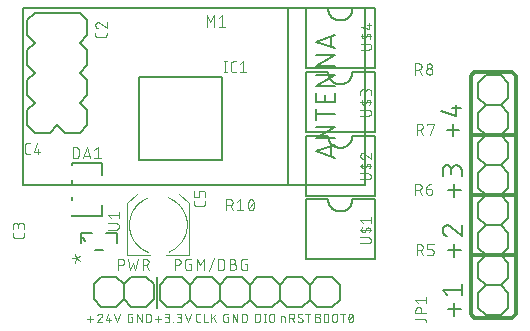
<source format=gbr>
G04 EAGLE Gerber X2 export*
G75*
%MOMM*%
%FSLAX34Y34*%
%LPD*%
%AMOC8*
5,1,8,0,0,1.08239X$1,22.5*%
G01*
%ADD10C,0.304800*%
%ADD11C,0.152400*%
%ADD12C,0.076200*%
%ADD13C,0.200000*%
%ADD14C,0.127000*%
%ADD15C,0.101600*%


D10*
X433000Y216000D02*
X433000Y166000D01*
X433000Y115000D01*
X433000Y64000D01*
X433000Y14000D01*
X430000Y11000D01*
X398000Y11000D01*
X395000Y14000D01*
X395000Y64000D01*
X395000Y115000D01*
X395000Y166000D01*
X395000Y216000D01*
X398000Y219000D01*
X430000Y219000D01*
X433000Y216000D01*
X433000Y64000D02*
X395000Y64000D01*
X395000Y115000D02*
X433000Y115000D01*
X433000Y166000D02*
X395000Y166000D01*
D11*
X379916Y164762D02*
X379916Y175599D01*
X385335Y170181D02*
X374498Y170181D01*
X382626Y182338D02*
X369982Y185951D01*
X382626Y182338D02*
X382626Y191370D01*
X386238Y188660D02*
X379013Y188660D01*
X380916Y124599D02*
X380916Y113762D01*
X375498Y119181D02*
X386335Y119181D01*
X387238Y131338D02*
X387238Y135854D01*
X387236Y135987D01*
X387230Y136119D01*
X387220Y136251D01*
X387207Y136383D01*
X387189Y136515D01*
X387168Y136645D01*
X387143Y136776D01*
X387114Y136905D01*
X387081Y137033D01*
X387045Y137161D01*
X387005Y137287D01*
X386961Y137412D01*
X386913Y137536D01*
X386862Y137658D01*
X386807Y137779D01*
X386749Y137898D01*
X386687Y138016D01*
X386622Y138131D01*
X386553Y138245D01*
X386482Y138356D01*
X386406Y138465D01*
X386328Y138572D01*
X386247Y138677D01*
X386162Y138779D01*
X386075Y138879D01*
X385985Y138976D01*
X385892Y139071D01*
X385796Y139162D01*
X385698Y139251D01*
X385597Y139337D01*
X385493Y139420D01*
X385387Y139500D01*
X385279Y139576D01*
X385169Y139650D01*
X385056Y139720D01*
X384942Y139787D01*
X384825Y139850D01*
X384707Y139910D01*
X384587Y139967D01*
X384465Y140020D01*
X384342Y140069D01*
X384218Y140115D01*
X384092Y140157D01*
X383965Y140195D01*
X383837Y140230D01*
X383708Y140261D01*
X383579Y140288D01*
X383448Y140311D01*
X383317Y140331D01*
X383185Y140346D01*
X383053Y140358D01*
X382921Y140366D01*
X382788Y140370D01*
X382656Y140370D01*
X382523Y140366D01*
X382391Y140358D01*
X382259Y140346D01*
X382127Y140331D01*
X381996Y140311D01*
X381865Y140288D01*
X381736Y140261D01*
X381607Y140230D01*
X381479Y140195D01*
X381352Y140157D01*
X381226Y140115D01*
X381102Y140069D01*
X380979Y140020D01*
X380857Y139967D01*
X380737Y139910D01*
X380619Y139850D01*
X380502Y139787D01*
X380388Y139720D01*
X380275Y139650D01*
X380165Y139576D01*
X380057Y139500D01*
X379951Y139420D01*
X379847Y139337D01*
X379746Y139251D01*
X379648Y139162D01*
X379552Y139071D01*
X379459Y138976D01*
X379369Y138879D01*
X379282Y138779D01*
X379197Y138677D01*
X379116Y138572D01*
X379038Y138465D01*
X378962Y138356D01*
X378891Y138245D01*
X378822Y138131D01*
X378757Y138016D01*
X378695Y137898D01*
X378637Y137779D01*
X378582Y137658D01*
X378531Y137536D01*
X378483Y137412D01*
X378439Y137287D01*
X378399Y137161D01*
X378363Y137033D01*
X378330Y136905D01*
X378301Y136776D01*
X378276Y136645D01*
X378255Y136515D01*
X378237Y136383D01*
X378224Y136251D01*
X378214Y136119D01*
X378208Y135987D01*
X378206Y135854D01*
X370982Y136757D02*
X370982Y131338D01*
X370982Y136757D02*
X370984Y136876D01*
X370990Y136996D01*
X371000Y137115D01*
X371014Y137233D01*
X371031Y137352D01*
X371053Y137469D01*
X371078Y137586D01*
X371108Y137701D01*
X371141Y137816D01*
X371178Y137930D01*
X371218Y138042D01*
X371263Y138153D01*
X371311Y138262D01*
X371362Y138370D01*
X371417Y138476D01*
X371476Y138580D01*
X371538Y138682D01*
X371603Y138782D01*
X371672Y138880D01*
X371744Y138976D01*
X371819Y139069D01*
X371896Y139159D01*
X371977Y139247D01*
X372061Y139332D01*
X372148Y139414D01*
X372237Y139494D01*
X372329Y139570D01*
X372423Y139644D01*
X372520Y139714D01*
X372618Y139781D01*
X372719Y139845D01*
X372823Y139905D01*
X372928Y139962D01*
X373035Y140015D01*
X373143Y140065D01*
X373253Y140111D01*
X373365Y140153D01*
X373478Y140192D01*
X373592Y140227D01*
X373707Y140258D01*
X373824Y140286D01*
X373941Y140309D01*
X374058Y140329D01*
X374177Y140345D01*
X374296Y140357D01*
X374415Y140365D01*
X374534Y140369D01*
X374654Y140369D01*
X374773Y140365D01*
X374892Y140357D01*
X375011Y140345D01*
X375130Y140329D01*
X375247Y140309D01*
X375364Y140286D01*
X375481Y140258D01*
X375596Y140227D01*
X375710Y140192D01*
X375823Y140153D01*
X375935Y140111D01*
X376045Y140065D01*
X376153Y140015D01*
X376260Y139962D01*
X376365Y139905D01*
X376469Y139845D01*
X376570Y139781D01*
X376668Y139714D01*
X376765Y139644D01*
X376859Y139570D01*
X376951Y139494D01*
X377040Y139414D01*
X377127Y139332D01*
X377211Y139247D01*
X377292Y139159D01*
X377369Y139069D01*
X377444Y138976D01*
X377516Y138880D01*
X377585Y138782D01*
X377650Y138682D01*
X377712Y138580D01*
X377771Y138476D01*
X377826Y138370D01*
X377877Y138262D01*
X377925Y138153D01*
X377970Y138042D01*
X378010Y137930D01*
X378047Y137816D01*
X378080Y137701D01*
X378110Y137586D01*
X378135Y137469D01*
X378157Y137352D01*
X378174Y137233D01*
X378188Y137115D01*
X378198Y136996D01*
X378204Y136876D01*
X378206Y136757D01*
X378207Y136757D02*
X378207Y133145D01*
X380916Y73599D02*
X380916Y62762D01*
X375498Y68181D02*
X386335Y68181D01*
X370982Y85306D02*
X370984Y85431D01*
X370990Y85556D01*
X370999Y85681D01*
X371013Y85805D01*
X371030Y85929D01*
X371051Y86053D01*
X371076Y86175D01*
X371105Y86297D01*
X371137Y86418D01*
X371173Y86538D01*
X371213Y86657D01*
X371256Y86774D01*
X371303Y86890D01*
X371354Y87005D01*
X371408Y87117D01*
X371466Y87229D01*
X371526Y87338D01*
X371591Y87445D01*
X371658Y87551D01*
X371729Y87654D01*
X371803Y87755D01*
X371880Y87854D01*
X371960Y87950D01*
X372043Y88044D01*
X372128Y88135D01*
X372217Y88224D01*
X372308Y88309D01*
X372402Y88392D01*
X372498Y88472D01*
X372597Y88549D01*
X372698Y88623D01*
X372801Y88694D01*
X372907Y88761D01*
X373014Y88826D01*
X373123Y88886D01*
X373235Y88944D01*
X373347Y88998D01*
X373462Y89049D01*
X373578Y89096D01*
X373695Y89139D01*
X373814Y89179D01*
X373934Y89215D01*
X374055Y89247D01*
X374177Y89276D01*
X374299Y89301D01*
X374423Y89322D01*
X374547Y89339D01*
X374671Y89353D01*
X374796Y89362D01*
X374921Y89368D01*
X375046Y89370D01*
X370982Y85306D02*
X370984Y85163D01*
X370990Y85021D01*
X371000Y84878D01*
X371013Y84736D01*
X371031Y84595D01*
X371052Y84453D01*
X371077Y84313D01*
X371106Y84173D01*
X371139Y84034D01*
X371176Y83896D01*
X371216Y83759D01*
X371260Y83624D01*
X371308Y83489D01*
X371360Y83356D01*
X371415Y83224D01*
X371474Y83094D01*
X371536Y82966D01*
X371602Y82839D01*
X371671Y82714D01*
X371743Y82591D01*
X371819Y82470D01*
X371898Y82352D01*
X371981Y82235D01*
X372066Y82121D01*
X372155Y82009D01*
X372246Y81900D01*
X372341Y81793D01*
X372438Y81688D01*
X372539Y81587D01*
X372642Y81488D01*
X372747Y81392D01*
X372856Y81299D01*
X372967Y81209D01*
X373080Y81122D01*
X373195Y81038D01*
X373313Y80958D01*
X373433Y80880D01*
X373555Y80806D01*
X373679Y80736D01*
X373805Y80668D01*
X373933Y80605D01*
X374062Y80544D01*
X374193Y80487D01*
X374325Y80434D01*
X374459Y80385D01*
X374594Y80339D01*
X378207Y88014D02*
X378115Y88108D01*
X378021Y88198D01*
X377924Y88286D01*
X377824Y88371D01*
X377722Y88453D01*
X377617Y88531D01*
X377510Y88607D01*
X377401Y88679D01*
X377290Y88748D01*
X377176Y88814D01*
X377061Y88876D01*
X376944Y88935D01*
X376825Y88990D01*
X376705Y89041D01*
X376583Y89089D01*
X376460Y89134D01*
X376336Y89174D01*
X376210Y89211D01*
X376083Y89244D01*
X375956Y89273D01*
X375827Y89299D01*
X375698Y89320D01*
X375568Y89338D01*
X375438Y89351D01*
X375308Y89361D01*
X375177Y89367D01*
X375046Y89369D01*
X378207Y88015D02*
X387238Y80338D01*
X387238Y89370D01*
X380916Y23599D02*
X380916Y12762D01*
X375498Y18181D02*
X386335Y18181D01*
X374594Y30338D02*
X370982Y34854D01*
X387238Y34854D01*
X387238Y30338D02*
X387238Y39370D01*
D12*
X234381Y12292D02*
X234381Y7381D01*
X234381Y12292D02*
X236427Y12292D01*
X236496Y12290D01*
X236564Y12284D01*
X236633Y12275D01*
X236700Y12261D01*
X236767Y12244D01*
X236833Y12223D01*
X236897Y12199D01*
X236960Y12170D01*
X237021Y12139D01*
X237080Y12104D01*
X237138Y12066D01*
X237193Y12024D01*
X237245Y11980D01*
X237295Y11932D01*
X237343Y11882D01*
X237387Y11830D01*
X237429Y11775D01*
X237467Y11717D01*
X237502Y11658D01*
X237533Y11597D01*
X237562Y11534D01*
X237586Y11470D01*
X237607Y11404D01*
X237624Y11337D01*
X237638Y11270D01*
X237647Y11201D01*
X237653Y11133D01*
X237655Y11064D01*
X237655Y7381D01*
X241338Y7381D02*
X241338Y14747D01*
X243384Y14747D01*
X243473Y14745D01*
X243562Y14739D01*
X243651Y14729D01*
X243739Y14716D01*
X243827Y14699D01*
X243914Y14677D01*
X243999Y14652D01*
X244084Y14624D01*
X244167Y14591D01*
X244249Y14555D01*
X244329Y14516D01*
X244407Y14473D01*
X244483Y14427D01*
X244558Y14377D01*
X244630Y14324D01*
X244699Y14268D01*
X244766Y14209D01*
X244831Y14148D01*
X244892Y14083D01*
X244951Y14016D01*
X245007Y13947D01*
X245060Y13875D01*
X245110Y13800D01*
X245156Y13724D01*
X245199Y13646D01*
X245238Y13566D01*
X245274Y13484D01*
X245307Y13401D01*
X245335Y13316D01*
X245360Y13231D01*
X245382Y13144D01*
X245399Y13056D01*
X245412Y12968D01*
X245422Y12879D01*
X245428Y12790D01*
X245430Y12701D01*
X245428Y12612D01*
X245422Y12523D01*
X245412Y12434D01*
X245399Y12346D01*
X245382Y12258D01*
X245360Y12171D01*
X245335Y12086D01*
X245307Y12001D01*
X245274Y11918D01*
X245238Y11836D01*
X245199Y11756D01*
X245156Y11678D01*
X245110Y11602D01*
X245060Y11527D01*
X245007Y11455D01*
X244951Y11386D01*
X244892Y11319D01*
X244831Y11254D01*
X244766Y11193D01*
X244699Y11134D01*
X244630Y11078D01*
X244558Y11025D01*
X244483Y10975D01*
X244407Y10929D01*
X244329Y10886D01*
X244249Y10847D01*
X244167Y10811D01*
X244084Y10778D01*
X243999Y10750D01*
X243914Y10725D01*
X243827Y10703D01*
X243739Y10686D01*
X243651Y10673D01*
X243562Y10663D01*
X243473Y10657D01*
X243384Y10655D01*
X241338Y10655D01*
X243793Y10655D02*
X245430Y7381D01*
X250814Y7381D02*
X250892Y7383D01*
X250970Y7388D01*
X251047Y7398D01*
X251124Y7411D01*
X251200Y7427D01*
X251275Y7447D01*
X251349Y7471D01*
X251422Y7498D01*
X251494Y7529D01*
X251564Y7563D01*
X251633Y7600D01*
X251699Y7641D01*
X251764Y7685D01*
X251826Y7731D01*
X251886Y7781D01*
X251944Y7833D01*
X251999Y7888D01*
X252051Y7946D01*
X252101Y8006D01*
X252147Y8068D01*
X252191Y8133D01*
X252232Y8200D01*
X252269Y8268D01*
X252303Y8338D01*
X252334Y8410D01*
X252361Y8483D01*
X252385Y8557D01*
X252405Y8632D01*
X252421Y8708D01*
X252434Y8785D01*
X252444Y8862D01*
X252449Y8940D01*
X252451Y9018D01*
X250814Y7381D02*
X250700Y7383D01*
X250587Y7388D01*
X250473Y7398D01*
X250360Y7411D01*
X250248Y7428D01*
X250136Y7448D01*
X250025Y7472D01*
X249914Y7500D01*
X249805Y7531D01*
X249697Y7566D01*
X249590Y7605D01*
X249484Y7647D01*
X249380Y7692D01*
X249277Y7741D01*
X249176Y7794D01*
X249077Y7849D01*
X248979Y7908D01*
X248884Y7970D01*
X248791Y8035D01*
X248699Y8103D01*
X248611Y8174D01*
X248524Y8248D01*
X248440Y8325D01*
X248359Y8404D01*
X248563Y13110D02*
X248565Y13188D01*
X248570Y13266D01*
X248580Y13343D01*
X248593Y13420D01*
X248609Y13496D01*
X248629Y13571D01*
X248653Y13645D01*
X248680Y13718D01*
X248711Y13790D01*
X248745Y13860D01*
X248782Y13929D01*
X248823Y13995D01*
X248867Y14060D01*
X248913Y14122D01*
X248963Y14182D01*
X249015Y14240D01*
X249070Y14295D01*
X249128Y14347D01*
X249188Y14397D01*
X249250Y14443D01*
X249315Y14487D01*
X249382Y14528D01*
X249450Y14565D01*
X249520Y14599D01*
X249592Y14630D01*
X249665Y14657D01*
X249739Y14681D01*
X249814Y14701D01*
X249890Y14717D01*
X249967Y14730D01*
X250044Y14740D01*
X250122Y14745D01*
X250200Y14747D01*
X250310Y14745D01*
X250419Y14739D01*
X250529Y14729D01*
X250637Y14716D01*
X250746Y14698D01*
X250853Y14677D01*
X250960Y14651D01*
X251066Y14622D01*
X251171Y14590D01*
X251274Y14553D01*
X251376Y14513D01*
X251477Y14469D01*
X251576Y14421D01*
X251673Y14371D01*
X251768Y14316D01*
X251861Y14258D01*
X251952Y14197D01*
X252041Y14133D01*
X249381Y11677D02*
X249314Y11719D01*
X249249Y11763D01*
X249187Y11811D01*
X249127Y11861D01*
X249069Y11914D01*
X249014Y11970D01*
X248962Y12029D01*
X248912Y12089D01*
X248865Y12153D01*
X248822Y12218D01*
X248781Y12285D01*
X248744Y12354D01*
X248710Y12425D01*
X248679Y12497D01*
X248652Y12571D01*
X248628Y12645D01*
X248608Y12721D01*
X248592Y12798D01*
X248579Y12875D01*
X248569Y12953D01*
X248564Y13032D01*
X248562Y13110D01*
X251632Y10450D02*
X251698Y10408D01*
X251763Y10364D01*
X251825Y10317D01*
X251885Y10266D01*
X251943Y10213D01*
X251998Y10157D01*
X252051Y10099D01*
X252100Y10038D01*
X252147Y9975D01*
X252190Y9910D01*
X252231Y9843D01*
X252268Y9774D01*
X252302Y9703D01*
X252333Y9631D01*
X252360Y9557D01*
X252384Y9482D01*
X252404Y9407D01*
X252420Y9330D01*
X252433Y9253D01*
X252443Y9175D01*
X252448Y9096D01*
X252450Y9018D01*
X251632Y10450D02*
X249381Y11678D01*
X256988Y14747D02*
X256988Y7381D01*
X254942Y14747D02*
X259034Y14747D01*
X212381Y14747D02*
X212381Y7381D01*
X212381Y14747D02*
X214427Y14747D01*
X214516Y14745D01*
X214605Y14739D01*
X214694Y14729D01*
X214782Y14716D01*
X214870Y14699D01*
X214957Y14677D01*
X215042Y14652D01*
X215127Y14624D01*
X215210Y14591D01*
X215292Y14555D01*
X215372Y14516D01*
X215450Y14473D01*
X215526Y14427D01*
X215601Y14377D01*
X215673Y14324D01*
X215742Y14268D01*
X215809Y14209D01*
X215874Y14148D01*
X215935Y14083D01*
X215994Y14016D01*
X216050Y13947D01*
X216103Y13875D01*
X216153Y13800D01*
X216199Y13724D01*
X216242Y13646D01*
X216281Y13566D01*
X216317Y13484D01*
X216350Y13401D01*
X216378Y13316D01*
X216403Y13231D01*
X216425Y13144D01*
X216442Y13056D01*
X216455Y12968D01*
X216465Y12879D01*
X216471Y12790D01*
X216473Y12701D01*
X216473Y9427D01*
X216471Y9338D01*
X216465Y9249D01*
X216455Y9160D01*
X216442Y9072D01*
X216425Y8984D01*
X216403Y8897D01*
X216378Y8812D01*
X216350Y8727D01*
X216317Y8644D01*
X216281Y8562D01*
X216242Y8482D01*
X216199Y8404D01*
X216153Y8328D01*
X216103Y8253D01*
X216050Y8181D01*
X215994Y8112D01*
X215935Y8045D01*
X215874Y7980D01*
X215809Y7919D01*
X215742Y7860D01*
X215673Y7804D01*
X215601Y7751D01*
X215526Y7701D01*
X215450Y7655D01*
X215372Y7612D01*
X215292Y7573D01*
X215210Y7537D01*
X215127Y7504D01*
X215042Y7476D01*
X214957Y7451D01*
X214870Y7429D01*
X214782Y7412D01*
X214694Y7399D01*
X214605Y7389D01*
X214516Y7383D01*
X214427Y7381D01*
X212381Y7381D01*
X220523Y7381D02*
X220523Y14747D01*
X219705Y7381D02*
X221342Y7381D01*
X221342Y14747D02*
X219705Y14747D01*
X224329Y12701D02*
X224329Y9427D01*
X224329Y12701D02*
X224331Y12790D01*
X224337Y12879D01*
X224347Y12968D01*
X224360Y13056D01*
X224377Y13144D01*
X224399Y13231D01*
X224424Y13316D01*
X224452Y13401D01*
X224485Y13484D01*
X224521Y13566D01*
X224560Y13646D01*
X224603Y13724D01*
X224649Y13800D01*
X224699Y13875D01*
X224752Y13947D01*
X224808Y14016D01*
X224867Y14083D01*
X224928Y14148D01*
X224993Y14209D01*
X225060Y14268D01*
X225129Y14324D01*
X225201Y14377D01*
X225276Y14427D01*
X225352Y14473D01*
X225430Y14516D01*
X225510Y14555D01*
X225592Y14591D01*
X225675Y14624D01*
X225760Y14652D01*
X225845Y14677D01*
X225932Y14699D01*
X226020Y14716D01*
X226108Y14729D01*
X226197Y14739D01*
X226286Y14745D01*
X226375Y14747D01*
X226464Y14745D01*
X226553Y14739D01*
X226642Y14729D01*
X226730Y14716D01*
X226818Y14699D01*
X226905Y14677D01*
X226990Y14652D01*
X227075Y14624D01*
X227158Y14591D01*
X227240Y14555D01*
X227320Y14516D01*
X227398Y14473D01*
X227474Y14427D01*
X227549Y14377D01*
X227621Y14324D01*
X227690Y14268D01*
X227757Y14209D01*
X227822Y14148D01*
X227883Y14083D01*
X227942Y14016D01*
X227998Y13947D01*
X228051Y13875D01*
X228101Y13800D01*
X228147Y13724D01*
X228190Y13646D01*
X228229Y13566D01*
X228265Y13484D01*
X228298Y13401D01*
X228326Y13316D01*
X228351Y13231D01*
X228373Y13144D01*
X228390Y13056D01*
X228403Y12968D01*
X228413Y12879D01*
X228419Y12790D01*
X228421Y12701D01*
X228421Y9427D01*
X228419Y9338D01*
X228413Y9249D01*
X228403Y9160D01*
X228390Y9072D01*
X228373Y8984D01*
X228351Y8897D01*
X228326Y8812D01*
X228298Y8727D01*
X228265Y8644D01*
X228229Y8562D01*
X228190Y8482D01*
X228147Y8404D01*
X228101Y8328D01*
X228051Y8253D01*
X227998Y8181D01*
X227942Y8112D01*
X227883Y8045D01*
X227822Y7980D01*
X227757Y7919D01*
X227690Y7860D01*
X227621Y7804D01*
X227549Y7751D01*
X227474Y7701D01*
X227398Y7655D01*
X227320Y7612D01*
X227240Y7573D01*
X227158Y7537D01*
X227075Y7504D01*
X226990Y7476D01*
X226905Y7451D01*
X226818Y7429D01*
X226730Y7412D01*
X226642Y7399D01*
X226553Y7389D01*
X226464Y7383D01*
X226375Y7381D01*
X226286Y7383D01*
X226197Y7389D01*
X226108Y7399D01*
X226020Y7412D01*
X225932Y7429D01*
X225845Y7451D01*
X225760Y7476D01*
X225675Y7504D01*
X225592Y7537D01*
X225510Y7573D01*
X225430Y7612D01*
X225352Y7655D01*
X225276Y7701D01*
X225201Y7751D01*
X225129Y7804D01*
X225060Y7860D01*
X224993Y7919D01*
X224928Y7980D01*
X224867Y8045D01*
X224808Y8112D01*
X224752Y8181D01*
X224699Y8253D01*
X224649Y8328D01*
X224603Y8404D01*
X224560Y8482D01*
X224521Y8562D01*
X224485Y8644D01*
X224452Y8727D01*
X224424Y8812D01*
X224399Y8897D01*
X224377Y8984D01*
X224360Y9072D01*
X224347Y9160D01*
X224337Y9249D01*
X224331Y9338D01*
X224329Y9427D01*
X165655Y7381D02*
X164018Y7381D01*
X163940Y7383D01*
X163862Y7388D01*
X163785Y7398D01*
X163708Y7411D01*
X163632Y7427D01*
X163557Y7447D01*
X163483Y7471D01*
X163410Y7498D01*
X163338Y7529D01*
X163268Y7563D01*
X163200Y7600D01*
X163133Y7641D01*
X163068Y7685D01*
X163006Y7731D01*
X162946Y7781D01*
X162888Y7833D01*
X162833Y7888D01*
X162781Y7946D01*
X162731Y8006D01*
X162685Y8068D01*
X162641Y8133D01*
X162600Y8200D01*
X162563Y8268D01*
X162529Y8338D01*
X162498Y8410D01*
X162471Y8483D01*
X162447Y8557D01*
X162427Y8632D01*
X162411Y8708D01*
X162398Y8785D01*
X162388Y8862D01*
X162383Y8940D01*
X162381Y9018D01*
X162381Y13110D01*
X162383Y13190D01*
X162389Y13270D01*
X162399Y13350D01*
X162412Y13429D01*
X162430Y13508D01*
X162451Y13585D01*
X162477Y13661D01*
X162506Y13736D01*
X162538Y13810D01*
X162574Y13882D01*
X162614Y13952D01*
X162657Y14019D01*
X162703Y14085D01*
X162753Y14148D01*
X162805Y14209D01*
X162860Y14268D01*
X162919Y14323D01*
X162979Y14375D01*
X163043Y14425D01*
X163109Y14471D01*
X163176Y14514D01*
X163246Y14554D01*
X163318Y14590D01*
X163392Y14622D01*
X163466Y14651D01*
X163543Y14677D01*
X163620Y14698D01*
X163699Y14716D01*
X163778Y14729D01*
X163858Y14739D01*
X163938Y14745D01*
X164018Y14747D01*
X165655Y14747D01*
X168760Y14747D02*
X168760Y7381D01*
X172033Y7381D01*
X175201Y7381D02*
X175201Y14747D01*
X179294Y14747D02*
X175201Y10246D01*
X176838Y11882D02*
X179294Y7381D01*
X132292Y10246D02*
X127381Y10246D01*
X129836Y12701D02*
X129836Y7790D01*
X135593Y7381D02*
X137639Y7381D01*
X137728Y7383D01*
X137817Y7389D01*
X137906Y7399D01*
X137994Y7412D01*
X138082Y7429D01*
X138169Y7451D01*
X138254Y7476D01*
X138339Y7504D01*
X138422Y7537D01*
X138504Y7573D01*
X138584Y7612D01*
X138662Y7655D01*
X138738Y7701D01*
X138813Y7751D01*
X138885Y7804D01*
X138954Y7860D01*
X139021Y7919D01*
X139086Y7980D01*
X139147Y8045D01*
X139206Y8112D01*
X139262Y8181D01*
X139315Y8253D01*
X139365Y8328D01*
X139411Y8404D01*
X139454Y8482D01*
X139493Y8562D01*
X139529Y8644D01*
X139562Y8727D01*
X139590Y8812D01*
X139615Y8897D01*
X139637Y8984D01*
X139654Y9072D01*
X139667Y9160D01*
X139677Y9249D01*
X139683Y9338D01*
X139685Y9427D01*
X139683Y9516D01*
X139677Y9605D01*
X139667Y9694D01*
X139654Y9782D01*
X139637Y9870D01*
X139615Y9957D01*
X139590Y10042D01*
X139562Y10127D01*
X139529Y10210D01*
X139493Y10292D01*
X139454Y10372D01*
X139411Y10450D01*
X139365Y10526D01*
X139315Y10601D01*
X139262Y10673D01*
X139206Y10742D01*
X139147Y10809D01*
X139086Y10874D01*
X139021Y10935D01*
X138954Y10994D01*
X138885Y11050D01*
X138813Y11103D01*
X138738Y11153D01*
X138662Y11199D01*
X138584Y11242D01*
X138504Y11281D01*
X138422Y11317D01*
X138339Y11350D01*
X138254Y11378D01*
X138169Y11403D01*
X138082Y11425D01*
X137994Y11442D01*
X137906Y11455D01*
X137817Y11465D01*
X137728Y11471D01*
X137639Y11473D01*
X138048Y14747D02*
X135593Y14747D01*
X138048Y14747D02*
X138127Y14745D01*
X138206Y14739D01*
X138285Y14730D01*
X138363Y14717D01*
X138440Y14699D01*
X138516Y14679D01*
X138591Y14654D01*
X138665Y14626D01*
X138738Y14595D01*
X138809Y14559D01*
X138878Y14521D01*
X138945Y14479D01*
X139010Y14434D01*
X139073Y14386D01*
X139134Y14335D01*
X139191Y14281D01*
X139247Y14225D01*
X139299Y14166D01*
X139349Y14104D01*
X139395Y14040D01*
X139439Y13974D01*
X139479Y13906D01*
X139515Y13836D01*
X139549Y13764D01*
X139579Y13690D01*
X139605Y13616D01*
X139628Y13540D01*
X139646Y13463D01*
X139662Y13386D01*
X139673Y13307D01*
X139681Y13229D01*
X139685Y13150D01*
X139685Y13070D01*
X139681Y12991D01*
X139673Y12913D01*
X139662Y12834D01*
X139646Y12757D01*
X139628Y12680D01*
X139605Y12604D01*
X139579Y12530D01*
X139549Y12456D01*
X139515Y12384D01*
X139479Y12314D01*
X139439Y12246D01*
X139395Y12180D01*
X139349Y12116D01*
X139299Y12054D01*
X139247Y11995D01*
X139191Y11939D01*
X139134Y11885D01*
X139073Y11834D01*
X139010Y11786D01*
X138945Y11741D01*
X138878Y11699D01*
X138809Y11661D01*
X138738Y11625D01*
X138665Y11594D01*
X138591Y11566D01*
X138516Y11541D01*
X138440Y11521D01*
X138363Y11503D01*
X138285Y11490D01*
X138206Y11481D01*
X138127Y11475D01*
X138048Y11473D01*
X136412Y11473D01*
X142555Y7790D02*
X142555Y7381D01*
X142555Y7790D02*
X142964Y7790D01*
X142964Y7381D01*
X142555Y7381D01*
X145834Y7381D02*
X147880Y7381D01*
X147969Y7383D01*
X148058Y7389D01*
X148147Y7399D01*
X148235Y7412D01*
X148323Y7429D01*
X148410Y7451D01*
X148495Y7476D01*
X148580Y7504D01*
X148663Y7537D01*
X148745Y7573D01*
X148825Y7612D01*
X148903Y7655D01*
X148979Y7701D01*
X149054Y7751D01*
X149126Y7804D01*
X149195Y7860D01*
X149262Y7919D01*
X149327Y7980D01*
X149388Y8045D01*
X149447Y8112D01*
X149503Y8181D01*
X149556Y8253D01*
X149606Y8328D01*
X149652Y8404D01*
X149695Y8482D01*
X149734Y8562D01*
X149770Y8644D01*
X149803Y8727D01*
X149831Y8812D01*
X149856Y8897D01*
X149878Y8984D01*
X149895Y9072D01*
X149908Y9160D01*
X149918Y9249D01*
X149924Y9338D01*
X149926Y9427D01*
X149924Y9516D01*
X149918Y9605D01*
X149908Y9694D01*
X149895Y9782D01*
X149878Y9870D01*
X149856Y9957D01*
X149831Y10042D01*
X149803Y10127D01*
X149770Y10210D01*
X149734Y10292D01*
X149695Y10372D01*
X149652Y10450D01*
X149606Y10526D01*
X149556Y10601D01*
X149503Y10673D01*
X149447Y10742D01*
X149388Y10809D01*
X149327Y10874D01*
X149262Y10935D01*
X149195Y10994D01*
X149126Y11050D01*
X149054Y11103D01*
X148979Y11153D01*
X148903Y11199D01*
X148825Y11242D01*
X148745Y11281D01*
X148663Y11317D01*
X148580Y11350D01*
X148495Y11378D01*
X148410Y11403D01*
X148323Y11425D01*
X148235Y11442D01*
X148147Y11455D01*
X148058Y11465D01*
X147969Y11471D01*
X147880Y11473D01*
X148290Y14747D02*
X145834Y14747D01*
X148290Y14747D02*
X148369Y14745D01*
X148448Y14739D01*
X148527Y14730D01*
X148605Y14717D01*
X148682Y14699D01*
X148758Y14679D01*
X148833Y14654D01*
X148907Y14626D01*
X148980Y14595D01*
X149051Y14559D01*
X149120Y14521D01*
X149187Y14479D01*
X149252Y14434D01*
X149315Y14386D01*
X149376Y14335D01*
X149433Y14281D01*
X149489Y14225D01*
X149541Y14166D01*
X149591Y14104D01*
X149637Y14040D01*
X149681Y13974D01*
X149721Y13906D01*
X149757Y13836D01*
X149791Y13764D01*
X149821Y13690D01*
X149847Y13616D01*
X149870Y13540D01*
X149888Y13463D01*
X149904Y13386D01*
X149915Y13307D01*
X149923Y13229D01*
X149927Y13150D01*
X149927Y13070D01*
X149923Y12991D01*
X149915Y12913D01*
X149904Y12834D01*
X149888Y12757D01*
X149870Y12680D01*
X149847Y12604D01*
X149821Y12530D01*
X149791Y12456D01*
X149757Y12384D01*
X149721Y12314D01*
X149681Y12246D01*
X149637Y12180D01*
X149591Y12116D01*
X149541Y12054D01*
X149489Y11995D01*
X149433Y11939D01*
X149376Y11885D01*
X149315Y11834D01*
X149252Y11786D01*
X149187Y11741D01*
X149120Y11699D01*
X149051Y11661D01*
X148980Y11625D01*
X148907Y11594D01*
X148833Y11566D01*
X148758Y11541D01*
X148682Y11521D01*
X148605Y11503D01*
X148527Y11490D01*
X148448Y11481D01*
X148369Y11475D01*
X148290Y11473D01*
X146653Y11473D01*
X152740Y14747D02*
X155196Y7381D01*
X157651Y14747D01*
X188246Y11473D02*
X189473Y11473D01*
X189473Y7381D01*
X187018Y7381D01*
X186940Y7383D01*
X186862Y7388D01*
X186785Y7398D01*
X186708Y7411D01*
X186632Y7427D01*
X186557Y7447D01*
X186483Y7471D01*
X186410Y7498D01*
X186338Y7529D01*
X186268Y7563D01*
X186200Y7600D01*
X186133Y7641D01*
X186068Y7685D01*
X186006Y7731D01*
X185946Y7781D01*
X185888Y7833D01*
X185833Y7888D01*
X185781Y7946D01*
X185731Y8006D01*
X185685Y8068D01*
X185641Y8133D01*
X185600Y8200D01*
X185563Y8268D01*
X185529Y8338D01*
X185498Y8410D01*
X185471Y8483D01*
X185447Y8557D01*
X185427Y8632D01*
X185411Y8708D01*
X185398Y8785D01*
X185388Y8862D01*
X185383Y8940D01*
X185381Y9018D01*
X185381Y13110D01*
X185383Y13190D01*
X185389Y13270D01*
X185399Y13350D01*
X185412Y13429D01*
X185430Y13508D01*
X185451Y13585D01*
X185477Y13661D01*
X185506Y13736D01*
X185538Y13810D01*
X185574Y13882D01*
X185614Y13952D01*
X185657Y14019D01*
X185703Y14085D01*
X185753Y14148D01*
X185805Y14209D01*
X185860Y14268D01*
X185919Y14323D01*
X185979Y14375D01*
X186043Y14425D01*
X186109Y14471D01*
X186176Y14514D01*
X186246Y14554D01*
X186318Y14590D01*
X186392Y14622D01*
X186466Y14651D01*
X186543Y14677D01*
X186620Y14698D01*
X186699Y14716D01*
X186778Y14729D01*
X186858Y14739D01*
X186938Y14745D01*
X187018Y14747D01*
X189473Y14747D01*
X193184Y14747D02*
X193184Y7381D01*
X197276Y7381D02*
X193184Y14747D01*
X197276Y14747D02*
X197276Y7381D01*
X200987Y7381D02*
X200987Y14747D01*
X203033Y14747D01*
X203122Y14745D01*
X203211Y14739D01*
X203300Y14729D01*
X203388Y14716D01*
X203476Y14699D01*
X203563Y14677D01*
X203648Y14652D01*
X203733Y14624D01*
X203816Y14591D01*
X203898Y14555D01*
X203978Y14516D01*
X204056Y14473D01*
X204132Y14427D01*
X204207Y14377D01*
X204279Y14324D01*
X204348Y14268D01*
X204415Y14209D01*
X204480Y14148D01*
X204541Y14083D01*
X204600Y14016D01*
X204656Y13947D01*
X204709Y13875D01*
X204759Y13800D01*
X204805Y13724D01*
X204848Y13646D01*
X204887Y13566D01*
X204923Y13484D01*
X204956Y13401D01*
X204984Y13316D01*
X205009Y13231D01*
X205031Y13144D01*
X205048Y13056D01*
X205061Y12968D01*
X205071Y12879D01*
X205077Y12790D01*
X205079Y12701D01*
X205079Y9427D01*
X205077Y9338D01*
X205071Y9249D01*
X205061Y9160D01*
X205048Y9072D01*
X205031Y8984D01*
X205009Y8897D01*
X204984Y8812D01*
X204956Y8727D01*
X204923Y8644D01*
X204887Y8562D01*
X204848Y8482D01*
X204805Y8404D01*
X204759Y8328D01*
X204709Y8253D01*
X204656Y8181D01*
X204600Y8112D01*
X204541Y8045D01*
X204480Y7980D01*
X204415Y7919D01*
X204348Y7860D01*
X204279Y7804D01*
X204207Y7751D01*
X204132Y7701D01*
X204056Y7655D01*
X203978Y7612D01*
X203898Y7573D01*
X203816Y7537D01*
X203733Y7504D01*
X203648Y7476D01*
X203563Y7451D01*
X203476Y7429D01*
X203388Y7412D01*
X203300Y7399D01*
X203211Y7389D01*
X203122Y7383D01*
X203033Y7381D01*
X200987Y7381D01*
X75292Y10246D02*
X70381Y10246D01*
X72836Y12701D02*
X72836Y7790D01*
X80844Y14748D02*
X80929Y14746D01*
X81014Y14740D01*
X81098Y14730D01*
X81182Y14717D01*
X81266Y14699D01*
X81348Y14678D01*
X81429Y14653D01*
X81509Y14624D01*
X81588Y14591D01*
X81665Y14555D01*
X81740Y14515D01*
X81814Y14472D01*
X81885Y14426D01*
X81954Y14376D01*
X82021Y14323D01*
X82085Y14267D01*
X82146Y14208D01*
X82205Y14147D01*
X82261Y14083D01*
X82314Y14016D01*
X82364Y13947D01*
X82410Y13876D01*
X82453Y13802D01*
X82493Y13727D01*
X82529Y13650D01*
X82562Y13571D01*
X82591Y13491D01*
X82616Y13410D01*
X82637Y13328D01*
X82655Y13244D01*
X82668Y13160D01*
X82678Y13076D01*
X82684Y12991D01*
X82686Y12906D01*
X80844Y14747D02*
X80748Y14745D01*
X80652Y14739D01*
X80557Y14729D01*
X80462Y14716D01*
X80367Y14698D01*
X80274Y14677D01*
X80181Y14652D01*
X80090Y14623D01*
X79999Y14591D01*
X79910Y14555D01*
X79823Y14515D01*
X79737Y14472D01*
X79653Y14426D01*
X79571Y14376D01*
X79491Y14322D01*
X79414Y14266D01*
X79339Y14206D01*
X79266Y14144D01*
X79196Y14078D01*
X79128Y14010D01*
X79063Y13939D01*
X79002Y13866D01*
X78943Y13790D01*
X78887Y13711D01*
X78835Y13631D01*
X78786Y13548D01*
X78740Y13464D01*
X78698Y13378D01*
X78660Y13290D01*
X78625Y13201D01*
X78593Y13110D01*
X82071Y11474D02*
X82131Y11533D01*
X82188Y11595D01*
X82243Y11659D01*
X82294Y11726D01*
X82343Y11795D01*
X82389Y11865D01*
X82432Y11938D01*
X82472Y12012D01*
X82508Y12088D01*
X82541Y12166D01*
X82571Y12245D01*
X82598Y12325D01*
X82621Y12406D01*
X82640Y12488D01*
X82656Y12570D01*
X82669Y12654D01*
X82678Y12738D01*
X82683Y12822D01*
X82685Y12906D01*
X82071Y11473D02*
X78593Y7381D01*
X82685Y7381D01*
X85908Y9018D02*
X87545Y14747D01*
X85908Y9018D02*
X90001Y9018D01*
X88773Y10655D02*
X88773Y7381D01*
X95270Y7381D02*
X92814Y14747D01*
X97725Y14747D02*
X95270Y7381D01*
X107246Y11473D02*
X108473Y11473D01*
X108473Y7381D01*
X106018Y7381D01*
X105940Y7383D01*
X105862Y7388D01*
X105785Y7398D01*
X105708Y7411D01*
X105632Y7427D01*
X105557Y7447D01*
X105483Y7471D01*
X105410Y7498D01*
X105338Y7529D01*
X105268Y7563D01*
X105200Y7600D01*
X105133Y7641D01*
X105068Y7685D01*
X105006Y7731D01*
X104946Y7781D01*
X104888Y7833D01*
X104833Y7888D01*
X104781Y7946D01*
X104731Y8006D01*
X104685Y8068D01*
X104641Y8133D01*
X104600Y8200D01*
X104563Y8268D01*
X104529Y8338D01*
X104498Y8410D01*
X104471Y8483D01*
X104447Y8557D01*
X104427Y8632D01*
X104411Y8708D01*
X104398Y8785D01*
X104388Y8862D01*
X104383Y8940D01*
X104381Y9018D01*
X104381Y13110D01*
X104383Y13190D01*
X104389Y13270D01*
X104399Y13350D01*
X104412Y13429D01*
X104430Y13508D01*
X104451Y13585D01*
X104477Y13661D01*
X104506Y13736D01*
X104538Y13810D01*
X104574Y13882D01*
X104614Y13952D01*
X104657Y14019D01*
X104703Y14085D01*
X104753Y14148D01*
X104805Y14209D01*
X104860Y14268D01*
X104919Y14323D01*
X104979Y14375D01*
X105043Y14425D01*
X105109Y14471D01*
X105176Y14514D01*
X105246Y14554D01*
X105318Y14590D01*
X105392Y14622D01*
X105466Y14651D01*
X105543Y14677D01*
X105620Y14698D01*
X105699Y14716D01*
X105778Y14729D01*
X105858Y14739D01*
X105938Y14745D01*
X106018Y14747D01*
X108473Y14747D01*
X112184Y14747D02*
X112184Y7381D01*
X116276Y7381D02*
X112184Y14747D01*
X116276Y14747D02*
X116276Y7381D01*
X119987Y7381D02*
X119987Y14747D01*
X122033Y14747D01*
X122122Y14745D01*
X122211Y14739D01*
X122300Y14729D01*
X122388Y14716D01*
X122476Y14699D01*
X122563Y14677D01*
X122648Y14652D01*
X122733Y14624D01*
X122816Y14591D01*
X122898Y14555D01*
X122978Y14516D01*
X123056Y14473D01*
X123132Y14427D01*
X123207Y14377D01*
X123279Y14324D01*
X123348Y14268D01*
X123415Y14209D01*
X123480Y14148D01*
X123541Y14083D01*
X123600Y14016D01*
X123656Y13947D01*
X123709Y13875D01*
X123759Y13800D01*
X123805Y13724D01*
X123848Y13646D01*
X123887Y13566D01*
X123923Y13484D01*
X123956Y13401D01*
X123984Y13316D01*
X124009Y13231D01*
X124031Y13144D01*
X124048Y13056D01*
X124061Y12968D01*
X124071Y12879D01*
X124077Y12790D01*
X124079Y12701D01*
X124079Y9427D01*
X124077Y9338D01*
X124071Y9249D01*
X124061Y9160D01*
X124048Y9072D01*
X124031Y8984D01*
X124009Y8897D01*
X123984Y8812D01*
X123956Y8727D01*
X123923Y8644D01*
X123887Y8562D01*
X123848Y8482D01*
X123805Y8404D01*
X123759Y8328D01*
X123709Y8253D01*
X123656Y8181D01*
X123600Y8112D01*
X123541Y8045D01*
X123480Y7980D01*
X123415Y7919D01*
X123348Y7860D01*
X123279Y7804D01*
X123207Y7751D01*
X123132Y7701D01*
X123056Y7655D01*
X122978Y7612D01*
X122898Y7573D01*
X122816Y7537D01*
X122733Y7504D01*
X122648Y7476D01*
X122563Y7451D01*
X122476Y7429D01*
X122388Y7412D01*
X122300Y7399D01*
X122211Y7389D01*
X122122Y7383D01*
X122033Y7381D01*
X119987Y7381D01*
X263381Y11473D02*
X265427Y11473D01*
X265516Y11471D01*
X265605Y11465D01*
X265694Y11455D01*
X265782Y11442D01*
X265870Y11425D01*
X265957Y11403D01*
X266042Y11378D01*
X266127Y11350D01*
X266210Y11317D01*
X266292Y11281D01*
X266372Y11242D01*
X266450Y11199D01*
X266526Y11153D01*
X266601Y11103D01*
X266673Y11050D01*
X266742Y10994D01*
X266809Y10935D01*
X266874Y10874D01*
X266935Y10809D01*
X266994Y10742D01*
X267050Y10673D01*
X267103Y10601D01*
X267153Y10526D01*
X267199Y10450D01*
X267242Y10372D01*
X267281Y10292D01*
X267317Y10210D01*
X267350Y10127D01*
X267378Y10042D01*
X267403Y9957D01*
X267425Y9870D01*
X267442Y9782D01*
X267455Y9694D01*
X267465Y9605D01*
X267471Y9516D01*
X267473Y9427D01*
X267471Y9338D01*
X267465Y9249D01*
X267455Y9160D01*
X267442Y9072D01*
X267425Y8984D01*
X267403Y8897D01*
X267378Y8812D01*
X267350Y8727D01*
X267317Y8644D01*
X267281Y8562D01*
X267242Y8482D01*
X267199Y8404D01*
X267153Y8328D01*
X267103Y8253D01*
X267050Y8181D01*
X266994Y8112D01*
X266935Y8045D01*
X266874Y7980D01*
X266809Y7919D01*
X266742Y7860D01*
X266673Y7804D01*
X266601Y7751D01*
X266526Y7701D01*
X266450Y7655D01*
X266372Y7612D01*
X266292Y7573D01*
X266210Y7537D01*
X266127Y7504D01*
X266042Y7476D01*
X265957Y7451D01*
X265870Y7429D01*
X265782Y7412D01*
X265694Y7399D01*
X265605Y7389D01*
X265516Y7383D01*
X265427Y7381D01*
X263381Y7381D01*
X263381Y14747D01*
X265427Y14747D01*
X265506Y14745D01*
X265585Y14739D01*
X265664Y14730D01*
X265742Y14717D01*
X265819Y14699D01*
X265895Y14679D01*
X265970Y14654D01*
X266044Y14626D01*
X266117Y14595D01*
X266188Y14559D01*
X266257Y14521D01*
X266324Y14479D01*
X266389Y14434D01*
X266452Y14386D01*
X266513Y14335D01*
X266570Y14281D01*
X266626Y14225D01*
X266678Y14166D01*
X266728Y14104D01*
X266774Y14040D01*
X266818Y13974D01*
X266858Y13906D01*
X266894Y13836D01*
X266928Y13764D01*
X266958Y13690D01*
X266984Y13616D01*
X267007Y13540D01*
X267025Y13463D01*
X267041Y13386D01*
X267052Y13307D01*
X267060Y13229D01*
X267064Y13150D01*
X267064Y13070D01*
X267060Y12991D01*
X267052Y12913D01*
X267041Y12834D01*
X267025Y12757D01*
X267007Y12680D01*
X266984Y12604D01*
X266958Y12530D01*
X266928Y12456D01*
X266894Y12384D01*
X266858Y12314D01*
X266818Y12246D01*
X266774Y12180D01*
X266728Y12116D01*
X266678Y12054D01*
X266626Y11995D01*
X266570Y11939D01*
X266513Y11885D01*
X266452Y11834D01*
X266389Y11786D01*
X266324Y11741D01*
X266257Y11699D01*
X266188Y11661D01*
X266117Y11625D01*
X266044Y11594D01*
X265970Y11566D01*
X265895Y11541D01*
X265819Y11521D01*
X265742Y11503D01*
X265664Y11490D01*
X265585Y11481D01*
X265506Y11475D01*
X265427Y11473D01*
X270335Y12701D02*
X270335Y9427D01*
X270335Y12701D02*
X270337Y12790D01*
X270343Y12879D01*
X270353Y12968D01*
X270366Y13056D01*
X270383Y13144D01*
X270405Y13231D01*
X270430Y13316D01*
X270458Y13401D01*
X270491Y13484D01*
X270527Y13566D01*
X270566Y13646D01*
X270609Y13724D01*
X270655Y13800D01*
X270705Y13875D01*
X270758Y13947D01*
X270814Y14016D01*
X270873Y14083D01*
X270934Y14148D01*
X270999Y14209D01*
X271066Y14268D01*
X271135Y14324D01*
X271207Y14377D01*
X271282Y14427D01*
X271358Y14473D01*
X271436Y14516D01*
X271516Y14555D01*
X271598Y14591D01*
X271681Y14624D01*
X271766Y14652D01*
X271851Y14677D01*
X271938Y14699D01*
X272026Y14716D01*
X272114Y14729D01*
X272203Y14739D01*
X272292Y14745D01*
X272381Y14747D01*
X272470Y14745D01*
X272559Y14739D01*
X272648Y14729D01*
X272736Y14716D01*
X272824Y14699D01*
X272911Y14677D01*
X272996Y14652D01*
X273081Y14624D01*
X273164Y14591D01*
X273246Y14555D01*
X273326Y14516D01*
X273404Y14473D01*
X273480Y14427D01*
X273555Y14377D01*
X273627Y14324D01*
X273696Y14268D01*
X273763Y14209D01*
X273828Y14148D01*
X273889Y14083D01*
X273948Y14016D01*
X274004Y13947D01*
X274057Y13875D01*
X274107Y13800D01*
X274153Y13724D01*
X274196Y13646D01*
X274235Y13566D01*
X274271Y13484D01*
X274304Y13401D01*
X274332Y13316D01*
X274357Y13231D01*
X274379Y13144D01*
X274396Y13056D01*
X274409Y12968D01*
X274419Y12879D01*
X274425Y12790D01*
X274427Y12701D01*
X274427Y9427D01*
X274425Y9338D01*
X274419Y9249D01*
X274409Y9160D01*
X274396Y9072D01*
X274379Y8984D01*
X274357Y8897D01*
X274332Y8812D01*
X274304Y8727D01*
X274271Y8644D01*
X274235Y8562D01*
X274196Y8482D01*
X274153Y8404D01*
X274107Y8328D01*
X274057Y8253D01*
X274004Y8181D01*
X273948Y8112D01*
X273889Y8045D01*
X273828Y7980D01*
X273763Y7919D01*
X273696Y7860D01*
X273627Y7804D01*
X273555Y7751D01*
X273480Y7701D01*
X273404Y7655D01*
X273326Y7612D01*
X273246Y7573D01*
X273164Y7537D01*
X273081Y7504D01*
X272996Y7476D01*
X272911Y7451D01*
X272824Y7429D01*
X272736Y7412D01*
X272648Y7399D01*
X272559Y7389D01*
X272470Y7383D01*
X272381Y7381D01*
X272292Y7383D01*
X272203Y7389D01*
X272114Y7399D01*
X272026Y7412D01*
X271938Y7429D01*
X271851Y7451D01*
X271766Y7476D01*
X271681Y7504D01*
X271598Y7537D01*
X271516Y7573D01*
X271436Y7612D01*
X271358Y7655D01*
X271282Y7701D01*
X271207Y7751D01*
X271135Y7804D01*
X271066Y7860D01*
X270999Y7919D01*
X270934Y7980D01*
X270873Y8045D01*
X270814Y8112D01*
X270758Y8181D01*
X270705Y8253D01*
X270655Y8328D01*
X270609Y8404D01*
X270566Y8482D01*
X270527Y8562D01*
X270491Y8644D01*
X270458Y8727D01*
X270430Y8812D01*
X270405Y8897D01*
X270383Y8984D01*
X270366Y9072D01*
X270353Y9160D01*
X270343Y9249D01*
X270337Y9338D01*
X270335Y9427D01*
X277650Y9427D02*
X277650Y12701D01*
X277652Y12790D01*
X277658Y12879D01*
X277668Y12968D01*
X277681Y13056D01*
X277698Y13144D01*
X277720Y13231D01*
X277745Y13316D01*
X277773Y13401D01*
X277806Y13484D01*
X277842Y13566D01*
X277881Y13646D01*
X277924Y13724D01*
X277970Y13800D01*
X278020Y13875D01*
X278073Y13947D01*
X278129Y14016D01*
X278188Y14083D01*
X278249Y14148D01*
X278314Y14209D01*
X278381Y14268D01*
X278450Y14324D01*
X278522Y14377D01*
X278597Y14427D01*
X278673Y14473D01*
X278751Y14516D01*
X278831Y14555D01*
X278913Y14591D01*
X278996Y14624D01*
X279081Y14652D01*
X279166Y14677D01*
X279253Y14699D01*
X279341Y14716D01*
X279429Y14729D01*
X279518Y14739D01*
X279607Y14745D01*
X279696Y14747D01*
X279785Y14745D01*
X279874Y14739D01*
X279963Y14729D01*
X280051Y14716D01*
X280139Y14699D01*
X280226Y14677D01*
X280311Y14652D01*
X280396Y14624D01*
X280479Y14591D01*
X280561Y14555D01*
X280641Y14516D01*
X280719Y14473D01*
X280795Y14427D01*
X280870Y14377D01*
X280942Y14324D01*
X281011Y14268D01*
X281078Y14209D01*
X281143Y14148D01*
X281204Y14083D01*
X281263Y14016D01*
X281319Y13947D01*
X281372Y13875D01*
X281422Y13800D01*
X281468Y13724D01*
X281511Y13646D01*
X281550Y13566D01*
X281586Y13484D01*
X281619Y13401D01*
X281647Y13316D01*
X281672Y13231D01*
X281694Y13144D01*
X281711Y13056D01*
X281724Y12968D01*
X281734Y12879D01*
X281740Y12790D01*
X281742Y12701D01*
X281742Y9427D01*
X281740Y9338D01*
X281734Y9249D01*
X281724Y9160D01*
X281711Y9072D01*
X281694Y8984D01*
X281672Y8897D01*
X281647Y8812D01*
X281619Y8727D01*
X281586Y8644D01*
X281550Y8562D01*
X281511Y8482D01*
X281468Y8404D01*
X281422Y8328D01*
X281372Y8253D01*
X281319Y8181D01*
X281263Y8112D01*
X281204Y8045D01*
X281143Y7980D01*
X281078Y7919D01*
X281011Y7860D01*
X280942Y7804D01*
X280870Y7751D01*
X280795Y7701D01*
X280719Y7655D01*
X280641Y7612D01*
X280561Y7573D01*
X280479Y7537D01*
X280396Y7504D01*
X280311Y7476D01*
X280226Y7451D01*
X280139Y7429D01*
X280051Y7412D01*
X279963Y7399D01*
X279874Y7389D01*
X279785Y7383D01*
X279696Y7381D01*
X279607Y7383D01*
X279518Y7389D01*
X279429Y7399D01*
X279341Y7412D01*
X279253Y7429D01*
X279166Y7451D01*
X279081Y7476D01*
X278996Y7504D01*
X278913Y7537D01*
X278831Y7573D01*
X278751Y7612D01*
X278673Y7655D01*
X278597Y7701D01*
X278522Y7751D01*
X278450Y7804D01*
X278381Y7860D01*
X278314Y7919D01*
X278249Y7980D01*
X278188Y8045D01*
X278129Y8112D01*
X278073Y8181D01*
X278020Y8253D01*
X277970Y8328D01*
X277924Y8404D01*
X277881Y8482D01*
X277842Y8562D01*
X277806Y8644D01*
X277773Y8727D01*
X277745Y8812D01*
X277720Y8897D01*
X277698Y8984D01*
X277681Y9072D01*
X277668Y9160D01*
X277658Y9249D01*
X277652Y9338D01*
X277650Y9427D01*
X286524Y7381D02*
X286524Y14747D01*
X288570Y14747D02*
X284477Y14747D01*
X291919Y13724D02*
X291853Y13585D01*
X291792Y13446D01*
X291733Y13304D01*
X291679Y13161D01*
X291628Y13017D01*
X291580Y12872D01*
X291537Y12725D01*
X291497Y12577D01*
X291460Y12429D01*
X291428Y12279D01*
X291399Y12129D01*
X291374Y11978D01*
X291353Y11827D01*
X291336Y11675D01*
X291322Y11522D01*
X291313Y11370D01*
X291307Y11217D01*
X291305Y11064D01*
X291919Y13724D02*
X291945Y13794D01*
X291975Y13864D01*
X292008Y13931D01*
X292044Y13997D01*
X292083Y14061D01*
X292126Y14123D01*
X292172Y14182D01*
X292220Y14240D01*
X292271Y14294D01*
X292325Y14347D01*
X292382Y14396D01*
X292441Y14443D01*
X292502Y14486D01*
X292565Y14527D01*
X292630Y14564D01*
X292697Y14599D01*
X292766Y14629D01*
X292836Y14657D01*
X292907Y14680D01*
X292979Y14701D01*
X293052Y14717D01*
X293126Y14730D01*
X293201Y14740D01*
X293276Y14745D01*
X293351Y14747D01*
X293426Y14745D01*
X293501Y14740D01*
X293576Y14730D01*
X293650Y14717D01*
X293723Y14701D01*
X293795Y14680D01*
X293866Y14657D01*
X293936Y14629D01*
X294005Y14599D01*
X294072Y14564D01*
X294137Y14527D01*
X294200Y14486D01*
X294261Y14443D01*
X294320Y14396D01*
X294377Y14347D01*
X294431Y14294D01*
X294482Y14240D01*
X294531Y14182D01*
X294576Y14123D01*
X294619Y14061D01*
X294658Y13997D01*
X294695Y13931D01*
X294727Y13863D01*
X294757Y13794D01*
X294783Y13724D01*
X294848Y13586D01*
X294910Y13446D01*
X294968Y13304D01*
X295023Y13161D01*
X295074Y13017D01*
X295122Y12872D01*
X295165Y12725D01*
X295205Y12578D01*
X295242Y12429D01*
X295274Y12279D01*
X295303Y12129D01*
X295328Y11978D01*
X295349Y11827D01*
X295366Y11675D01*
X295380Y11522D01*
X295389Y11370D01*
X295395Y11217D01*
X295397Y11064D01*
X291304Y11064D02*
X291306Y10911D01*
X291312Y10758D01*
X291321Y10605D01*
X291335Y10453D01*
X291352Y10301D01*
X291373Y10150D01*
X291398Y9999D01*
X291427Y9848D01*
X291459Y9699D01*
X291496Y9550D01*
X291536Y9403D01*
X291579Y9256D01*
X291627Y9111D01*
X291678Y8966D01*
X291733Y8824D01*
X291791Y8682D01*
X291853Y8542D01*
X291918Y8404D01*
X291919Y8404D02*
X291945Y8333D01*
X291975Y8264D01*
X292008Y8197D01*
X292044Y8131D01*
X292083Y8067D01*
X292126Y8005D01*
X292172Y7946D01*
X292220Y7888D01*
X292271Y7834D01*
X292325Y7781D01*
X292382Y7732D01*
X292441Y7685D01*
X292502Y7642D01*
X292565Y7601D01*
X292630Y7564D01*
X292697Y7529D01*
X292766Y7499D01*
X292836Y7471D01*
X292907Y7448D01*
X292979Y7427D01*
X293052Y7411D01*
X293126Y7398D01*
X293201Y7388D01*
X293276Y7383D01*
X293351Y7381D01*
X294783Y8404D02*
X294848Y8542D01*
X294910Y8682D01*
X294968Y8824D01*
X295023Y8967D01*
X295074Y9111D01*
X295122Y9256D01*
X295165Y9403D01*
X295205Y9551D01*
X295242Y9699D01*
X295274Y9849D01*
X295303Y9999D01*
X295328Y10150D01*
X295349Y10301D01*
X295366Y10453D01*
X295380Y10606D01*
X295389Y10758D01*
X295395Y10911D01*
X295397Y11064D01*
X294783Y8404D02*
X294757Y8334D01*
X294727Y8264D01*
X294695Y8197D01*
X294658Y8131D01*
X294619Y8067D01*
X294576Y8005D01*
X294530Y7946D01*
X294482Y7888D01*
X294431Y7834D01*
X294377Y7781D01*
X294320Y7732D01*
X294261Y7685D01*
X294200Y7642D01*
X294137Y7601D01*
X294072Y7564D01*
X294005Y7529D01*
X293936Y7499D01*
X293866Y7471D01*
X293795Y7448D01*
X293723Y7427D01*
X293650Y7411D01*
X293576Y7398D01*
X293501Y7388D01*
X293426Y7383D01*
X293351Y7381D01*
X291714Y9018D02*
X294988Y13110D01*
D13*
X129000Y19000D02*
X129000Y46000D01*
D12*
X16779Y80741D02*
X16779Y82829D01*
X16779Y80741D02*
X16777Y80652D01*
X16771Y80564D01*
X16762Y80476D01*
X16749Y80388D01*
X16732Y80301D01*
X16712Y80215D01*
X16687Y80130D01*
X16660Y80045D01*
X16628Y79962D01*
X16594Y79881D01*
X16555Y79801D01*
X16514Y79723D01*
X16469Y79646D01*
X16421Y79572D01*
X16370Y79499D01*
X16316Y79429D01*
X16258Y79362D01*
X16198Y79296D01*
X16136Y79234D01*
X16070Y79174D01*
X16003Y79116D01*
X15933Y79062D01*
X15860Y79011D01*
X15786Y78963D01*
X15709Y78918D01*
X15631Y78877D01*
X15551Y78838D01*
X15470Y78804D01*
X15387Y78772D01*
X15302Y78745D01*
X15217Y78720D01*
X15131Y78700D01*
X15044Y78683D01*
X14956Y78670D01*
X14868Y78661D01*
X14780Y78655D01*
X14691Y78653D01*
X14691Y78652D02*
X9469Y78652D01*
X9378Y78654D01*
X9287Y78660D01*
X9196Y78670D01*
X9106Y78684D01*
X9017Y78702D01*
X8928Y78723D01*
X8841Y78749D01*
X8755Y78778D01*
X8670Y78811D01*
X8586Y78848D01*
X8504Y78888D01*
X8425Y78932D01*
X8347Y78979D01*
X8271Y79030D01*
X8197Y79084D01*
X8126Y79141D01*
X8058Y79201D01*
X7992Y79264D01*
X7929Y79330D01*
X7869Y79398D01*
X7812Y79469D01*
X7758Y79543D01*
X7707Y79619D01*
X7660Y79696D01*
X7616Y79776D01*
X7576Y79858D01*
X7539Y79942D01*
X7506Y80026D01*
X7477Y80113D01*
X7451Y80200D01*
X7430Y80289D01*
X7412Y80378D01*
X7398Y80468D01*
X7388Y80559D01*
X7382Y80650D01*
X7380Y80741D01*
X7381Y80741D02*
X7381Y82829D01*
X16779Y86298D02*
X16779Y88908D01*
X16777Y89009D01*
X16771Y89110D01*
X16761Y89211D01*
X16748Y89311D01*
X16730Y89411D01*
X16709Y89510D01*
X16683Y89608D01*
X16654Y89705D01*
X16622Y89801D01*
X16585Y89895D01*
X16545Y89988D01*
X16501Y90080D01*
X16454Y90169D01*
X16403Y90257D01*
X16349Y90343D01*
X16292Y90426D01*
X16232Y90508D01*
X16168Y90586D01*
X16102Y90663D01*
X16032Y90736D01*
X15960Y90807D01*
X15885Y90875D01*
X15807Y90940D01*
X15727Y91002D01*
X15645Y91061D01*
X15560Y91117D01*
X15474Y91169D01*
X15385Y91218D01*
X15294Y91264D01*
X15202Y91305D01*
X15108Y91344D01*
X15013Y91378D01*
X14917Y91409D01*
X14819Y91436D01*
X14721Y91460D01*
X14621Y91479D01*
X14521Y91495D01*
X14421Y91507D01*
X14320Y91515D01*
X14219Y91519D01*
X14117Y91519D01*
X14016Y91515D01*
X13915Y91507D01*
X13815Y91495D01*
X13715Y91479D01*
X13615Y91460D01*
X13517Y91436D01*
X13419Y91409D01*
X13323Y91378D01*
X13228Y91344D01*
X13134Y91305D01*
X13042Y91264D01*
X12951Y91218D01*
X12863Y91169D01*
X12776Y91117D01*
X12691Y91061D01*
X12609Y91002D01*
X12529Y90940D01*
X12451Y90875D01*
X12376Y90807D01*
X12304Y90736D01*
X12234Y90663D01*
X12168Y90586D01*
X12104Y90508D01*
X12044Y90426D01*
X11987Y90343D01*
X11933Y90257D01*
X11882Y90169D01*
X11835Y90080D01*
X11791Y89988D01*
X11751Y89895D01*
X11714Y89801D01*
X11682Y89705D01*
X11653Y89608D01*
X11627Y89510D01*
X11606Y89411D01*
X11588Y89311D01*
X11575Y89211D01*
X11565Y89110D01*
X11559Y89009D01*
X11557Y88908D01*
X7381Y89431D02*
X7381Y86298D01*
X7381Y89431D02*
X7383Y89521D01*
X7389Y89610D01*
X7398Y89700D01*
X7412Y89789D01*
X7429Y89877D01*
X7450Y89964D01*
X7475Y90051D01*
X7504Y90136D01*
X7536Y90220D01*
X7571Y90302D01*
X7611Y90383D01*
X7653Y90462D01*
X7699Y90539D01*
X7749Y90614D01*
X7801Y90687D01*
X7857Y90758D01*
X7915Y90826D01*
X7977Y90891D01*
X8041Y90954D01*
X8108Y91014D01*
X8177Y91071D01*
X8249Y91125D01*
X8323Y91176D01*
X8399Y91224D01*
X8477Y91268D01*
X8557Y91309D01*
X8639Y91347D01*
X8722Y91381D01*
X8807Y91411D01*
X8893Y91438D01*
X8979Y91461D01*
X9067Y91480D01*
X9156Y91495D01*
X9245Y91507D01*
X9334Y91515D01*
X9424Y91519D01*
X9514Y91519D01*
X9604Y91515D01*
X9693Y91507D01*
X9782Y91495D01*
X9871Y91480D01*
X9959Y91461D01*
X10045Y91438D01*
X10131Y91411D01*
X10216Y91381D01*
X10299Y91347D01*
X10381Y91309D01*
X10461Y91268D01*
X10539Y91224D01*
X10615Y91176D01*
X10689Y91125D01*
X10761Y91071D01*
X10830Y91014D01*
X10897Y90954D01*
X10961Y90891D01*
X11023Y90826D01*
X11081Y90758D01*
X11137Y90687D01*
X11189Y90614D01*
X11239Y90539D01*
X11285Y90462D01*
X11327Y90383D01*
X11367Y90302D01*
X11402Y90220D01*
X11434Y90136D01*
X11463Y90051D01*
X11488Y89964D01*
X11509Y89877D01*
X11526Y89789D01*
X11540Y89700D01*
X11549Y89610D01*
X11555Y89521D01*
X11557Y89431D01*
X11558Y89431D02*
X11558Y87342D01*
X19569Y149581D02*
X21658Y149581D01*
X19569Y149581D02*
X19480Y149583D01*
X19392Y149589D01*
X19304Y149598D01*
X19216Y149611D01*
X19129Y149628D01*
X19043Y149648D01*
X18958Y149673D01*
X18873Y149700D01*
X18790Y149732D01*
X18709Y149766D01*
X18629Y149805D01*
X18551Y149846D01*
X18474Y149891D01*
X18400Y149939D01*
X18327Y149990D01*
X18257Y150044D01*
X18190Y150102D01*
X18124Y150162D01*
X18062Y150224D01*
X18002Y150290D01*
X17944Y150357D01*
X17890Y150427D01*
X17839Y150500D01*
X17791Y150574D01*
X17746Y150651D01*
X17705Y150729D01*
X17666Y150809D01*
X17632Y150890D01*
X17600Y150973D01*
X17573Y151058D01*
X17548Y151143D01*
X17528Y151229D01*
X17511Y151316D01*
X17498Y151404D01*
X17489Y151492D01*
X17483Y151580D01*
X17481Y151669D01*
X17481Y156891D01*
X17483Y156982D01*
X17489Y157073D01*
X17499Y157164D01*
X17513Y157254D01*
X17530Y157343D01*
X17552Y157431D01*
X17578Y157519D01*
X17607Y157605D01*
X17640Y157690D01*
X17677Y157773D01*
X17717Y157855D01*
X17761Y157935D01*
X17808Y158013D01*
X17859Y158089D01*
X17912Y158162D01*
X17969Y158233D01*
X18030Y158302D01*
X18093Y158367D01*
X18158Y158430D01*
X18227Y158490D01*
X18298Y158548D01*
X18371Y158601D01*
X18447Y158652D01*
X18525Y158699D01*
X18605Y158743D01*
X18687Y158783D01*
X18770Y158820D01*
X18855Y158853D01*
X18941Y158882D01*
X19029Y158908D01*
X19117Y158930D01*
X19206Y158947D01*
X19296Y158961D01*
X19387Y158971D01*
X19478Y158977D01*
X19569Y158979D01*
X21658Y158979D01*
X27215Y158979D02*
X25127Y151669D01*
X30348Y151669D01*
X28781Y149581D02*
X28781Y153758D01*
D14*
X82300Y141900D02*
X82300Y131900D01*
X82300Y106900D02*
X82300Y96900D01*
X57300Y96900D01*
X57300Y98150D01*
X57300Y110650D02*
X57300Y113150D01*
X57300Y125650D02*
X57300Y128150D01*
X57300Y140650D02*
X57300Y141900D01*
X82300Y141900D01*
D12*
X57693Y146121D02*
X57693Y155519D01*
X60304Y155519D01*
X60404Y155517D01*
X60504Y155511D01*
X60603Y155502D01*
X60703Y155488D01*
X60801Y155471D01*
X60899Y155450D01*
X60996Y155426D01*
X61092Y155397D01*
X61187Y155365D01*
X61280Y155330D01*
X61372Y155291D01*
X61463Y155248D01*
X61551Y155202D01*
X61638Y155152D01*
X61723Y155100D01*
X61806Y155044D01*
X61887Y154985D01*
X61965Y154922D01*
X62041Y154857D01*
X62115Y154789D01*
X62185Y154719D01*
X62253Y154645D01*
X62318Y154569D01*
X62381Y154491D01*
X62440Y154410D01*
X62496Y154327D01*
X62548Y154242D01*
X62598Y154155D01*
X62644Y154067D01*
X62687Y153976D01*
X62726Y153884D01*
X62761Y153791D01*
X62793Y153696D01*
X62822Y153600D01*
X62846Y153503D01*
X62867Y153405D01*
X62884Y153307D01*
X62898Y153207D01*
X62907Y153108D01*
X62913Y153008D01*
X62915Y152908D01*
X62914Y152908D02*
X62914Y148732D01*
X62915Y148732D02*
X62913Y148632D01*
X62907Y148532D01*
X62898Y148433D01*
X62884Y148333D01*
X62867Y148235D01*
X62846Y148137D01*
X62822Y148040D01*
X62793Y147944D01*
X62761Y147849D01*
X62726Y147756D01*
X62687Y147664D01*
X62644Y147573D01*
X62598Y147485D01*
X62548Y147398D01*
X62496Y147313D01*
X62440Y147230D01*
X62381Y147149D01*
X62318Y147071D01*
X62253Y146995D01*
X62185Y146921D01*
X62115Y146851D01*
X62041Y146783D01*
X61965Y146718D01*
X61887Y146655D01*
X61806Y146596D01*
X61723Y146540D01*
X61638Y146488D01*
X61551Y146438D01*
X61463Y146392D01*
X61372Y146349D01*
X61280Y146310D01*
X61187Y146275D01*
X61092Y146243D01*
X60996Y146214D01*
X60899Y146190D01*
X60801Y146169D01*
X60703Y146152D01*
X60603Y146138D01*
X60504Y146129D01*
X60404Y146123D01*
X60304Y146121D01*
X57693Y146121D01*
X66620Y146121D02*
X69752Y155519D01*
X72885Y146121D01*
X72102Y148471D02*
X67403Y148471D01*
X76286Y153431D02*
X78896Y155519D01*
X78896Y146121D01*
X76286Y146121D02*
X81507Y146121D01*
D11*
X313610Y111300D02*
X313610Y60500D01*
X255190Y60500D02*
X255190Y111300D01*
X255190Y60500D02*
X313610Y60500D01*
X313610Y111300D02*
X294560Y111300D01*
X274240Y111300D02*
X255190Y111300D01*
X274240Y111300D02*
X274243Y111053D01*
X274252Y110805D01*
X274267Y110558D01*
X274288Y110312D01*
X274315Y110066D01*
X274348Y109821D01*
X274387Y109576D01*
X274432Y109333D01*
X274483Y109091D01*
X274540Y108850D01*
X274602Y108611D01*
X274671Y108373D01*
X274745Y108137D01*
X274825Y107903D01*
X274910Y107671D01*
X275002Y107441D01*
X275098Y107213D01*
X275201Y106988D01*
X275308Y106765D01*
X275422Y106545D01*
X275540Y106328D01*
X275664Y106113D01*
X275793Y105902D01*
X275927Y105694D01*
X276066Y105489D01*
X276210Y105288D01*
X276358Y105090D01*
X276512Y104896D01*
X276670Y104706D01*
X276833Y104520D01*
X277000Y104338D01*
X277172Y104160D01*
X277348Y103986D01*
X277528Y103816D01*
X277713Y103651D01*
X277901Y103491D01*
X278093Y103335D01*
X278289Y103183D01*
X278488Y103037D01*
X278691Y102895D01*
X278898Y102759D01*
X279107Y102627D01*
X279320Y102501D01*
X279536Y102380D01*
X279754Y102264D01*
X279976Y102154D01*
X280200Y102049D01*
X280426Y101949D01*
X280655Y101855D01*
X280886Y101767D01*
X281120Y101684D01*
X281355Y101607D01*
X281592Y101536D01*
X281830Y101470D01*
X282070Y101411D01*
X282312Y101357D01*
X282555Y101309D01*
X282798Y101267D01*
X283043Y101231D01*
X283289Y101201D01*
X283535Y101177D01*
X283782Y101159D01*
X284029Y101147D01*
X284276Y101141D01*
X284524Y101141D01*
X284771Y101147D01*
X285018Y101159D01*
X285265Y101177D01*
X285511Y101201D01*
X285757Y101231D01*
X286002Y101267D01*
X286245Y101309D01*
X286488Y101357D01*
X286730Y101411D01*
X286970Y101470D01*
X287208Y101536D01*
X287445Y101607D01*
X287680Y101684D01*
X287914Y101767D01*
X288145Y101855D01*
X288374Y101949D01*
X288600Y102049D01*
X288824Y102154D01*
X289046Y102264D01*
X289264Y102380D01*
X289480Y102501D01*
X289693Y102627D01*
X289902Y102759D01*
X290109Y102895D01*
X290312Y103037D01*
X290511Y103183D01*
X290707Y103335D01*
X290899Y103491D01*
X291087Y103651D01*
X291272Y103816D01*
X291452Y103986D01*
X291628Y104160D01*
X291800Y104338D01*
X291967Y104520D01*
X292130Y104706D01*
X292288Y104896D01*
X292442Y105090D01*
X292590Y105288D01*
X292734Y105489D01*
X292873Y105694D01*
X293007Y105902D01*
X293136Y106113D01*
X293260Y106328D01*
X293378Y106545D01*
X293492Y106765D01*
X293599Y106988D01*
X293702Y107213D01*
X293798Y107441D01*
X293890Y107671D01*
X293975Y107903D01*
X294055Y108137D01*
X294129Y108373D01*
X294198Y108611D01*
X294260Y108850D01*
X294317Y109091D01*
X294368Y109333D01*
X294413Y109576D01*
X294452Y109821D01*
X294485Y110066D01*
X294512Y110312D01*
X294533Y110558D01*
X294548Y110805D01*
X294557Y111053D01*
X294560Y111300D01*
D15*
X301238Y74238D02*
X307842Y74238D01*
X307942Y74240D01*
X308041Y74246D01*
X308141Y74256D01*
X308239Y74269D01*
X308338Y74287D01*
X308435Y74308D01*
X308531Y74333D01*
X308627Y74362D01*
X308721Y74395D01*
X308814Y74431D01*
X308905Y74471D01*
X308995Y74515D01*
X309083Y74562D01*
X309169Y74612D01*
X309253Y74666D01*
X309335Y74723D01*
X309414Y74783D01*
X309492Y74847D01*
X309566Y74913D01*
X309638Y74982D01*
X309707Y75054D01*
X309773Y75128D01*
X309837Y75206D01*
X309897Y75285D01*
X309954Y75367D01*
X310008Y75451D01*
X310058Y75537D01*
X310105Y75625D01*
X310149Y75715D01*
X310189Y75806D01*
X310225Y75899D01*
X310258Y75993D01*
X310287Y76089D01*
X310312Y76185D01*
X310333Y76282D01*
X310351Y76381D01*
X310364Y76479D01*
X310374Y76579D01*
X310380Y76678D01*
X310382Y76778D01*
X310380Y76878D01*
X310374Y76977D01*
X310364Y77077D01*
X310351Y77175D01*
X310333Y77274D01*
X310312Y77371D01*
X310287Y77467D01*
X310258Y77563D01*
X310225Y77657D01*
X310189Y77750D01*
X310149Y77841D01*
X310105Y77931D01*
X310058Y78019D01*
X310008Y78105D01*
X309954Y78189D01*
X309897Y78271D01*
X309837Y78350D01*
X309773Y78428D01*
X309707Y78502D01*
X309638Y78574D01*
X309566Y78643D01*
X309492Y78709D01*
X309414Y78773D01*
X309335Y78833D01*
X309253Y78890D01*
X309169Y78944D01*
X309083Y78994D01*
X308995Y79041D01*
X308905Y79085D01*
X308814Y79125D01*
X308721Y79161D01*
X308627Y79194D01*
X308531Y79223D01*
X308435Y79248D01*
X308338Y79269D01*
X308239Y79287D01*
X308141Y79300D01*
X308041Y79310D01*
X307942Y79316D01*
X307842Y79318D01*
X301238Y79318D01*
X301238Y85617D02*
X310382Y85617D01*
X305810Y85617D02*
X305048Y84347D01*
X305007Y84283D01*
X304963Y84220D01*
X304915Y84160D01*
X304865Y84103D01*
X304812Y84048D01*
X304756Y83995D01*
X304698Y83946D01*
X304637Y83900D01*
X304574Y83856D01*
X304509Y83816D01*
X304442Y83779D01*
X304373Y83746D01*
X304302Y83716D01*
X304231Y83690D01*
X304157Y83668D01*
X304083Y83649D01*
X304008Y83634D01*
X303933Y83622D01*
X303857Y83615D01*
X303780Y83611D01*
X303704Y83612D01*
X303627Y83616D01*
X303551Y83624D01*
X303476Y83635D01*
X303401Y83651D01*
X303327Y83670D01*
X303254Y83693D01*
X303182Y83720D01*
X303112Y83750D01*
X303043Y83784D01*
X302976Y83821D01*
X302912Y83862D01*
X302849Y83906D01*
X302788Y83952D01*
X302730Y84002D01*
X302675Y84055D01*
X302622Y84110D01*
X302572Y84168D01*
X302525Y84229D01*
X302482Y84291D01*
X302441Y84356D01*
X302404Y84423D01*
X302370Y84492D01*
X302340Y84562D01*
X302313Y84634D01*
X302290Y84706D01*
X302270Y84780D01*
X302255Y84855D01*
X302254Y84856D02*
X302233Y84980D01*
X302216Y85105D01*
X302203Y85231D01*
X302194Y85357D01*
X302189Y85483D01*
X302188Y85609D01*
X302191Y85735D01*
X302198Y85861D01*
X302209Y85987D01*
X302223Y86112D01*
X302242Y86237D01*
X302265Y86361D01*
X302291Y86484D01*
X302321Y86607D01*
X302356Y86728D01*
X302394Y86849D01*
X302435Y86968D01*
X302481Y87086D01*
X302530Y87202D01*
X302582Y87317D01*
X302639Y87430D01*
X302698Y87541D01*
X302762Y87650D01*
X305810Y85617D02*
X306572Y86887D01*
X306613Y86951D01*
X306657Y87014D01*
X306705Y87074D01*
X306755Y87131D01*
X306808Y87186D01*
X306864Y87239D01*
X306922Y87288D01*
X306983Y87334D01*
X307046Y87378D01*
X307111Y87418D01*
X307178Y87455D01*
X307247Y87488D01*
X307318Y87518D01*
X307389Y87544D01*
X307463Y87566D01*
X307537Y87585D01*
X307612Y87600D01*
X307687Y87612D01*
X307763Y87619D01*
X307840Y87623D01*
X307916Y87622D01*
X307993Y87618D01*
X308069Y87610D01*
X308144Y87599D01*
X308219Y87583D01*
X308293Y87564D01*
X308366Y87541D01*
X308438Y87514D01*
X308508Y87484D01*
X308577Y87450D01*
X308644Y87413D01*
X308708Y87372D01*
X308771Y87328D01*
X308832Y87282D01*
X308890Y87232D01*
X308945Y87179D01*
X308998Y87124D01*
X309048Y87066D01*
X309095Y87005D01*
X309138Y86943D01*
X309179Y86878D01*
X309216Y86811D01*
X309250Y86742D01*
X309280Y86672D01*
X309307Y86600D01*
X309330Y86528D01*
X309350Y86454D01*
X309365Y86379D01*
X309366Y86379D02*
X309387Y86255D01*
X309404Y86130D01*
X309417Y86004D01*
X309426Y85878D01*
X309431Y85752D01*
X309432Y85626D01*
X309429Y85500D01*
X309422Y85374D01*
X309411Y85248D01*
X309397Y85123D01*
X309378Y84998D01*
X309355Y84874D01*
X309329Y84751D01*
X309299Y84628D01*
X309264Y84507D01*
X309226Y84386D01*
X309185Y84267D01*
X309139Y84149D01*
X309090Y84033D01*
X309038Y83918D01*
X308981Y83805D01*
X308922Y83694D01*
X308858Y83585D01*
X303270Y91612D02*
X301238Y94152D01*
X310382Y94152D01*
X310382Y91612D02*
X310382Y96692D01*
D11*
X313610Y114400D02*
X313610Y165200D01*
X255190Y165200D02*
X255190Y114400D01*
X313610Y114400D01*
X313610Y165200D02*
X294560Y165200D01*
X274240Y165200D02*
X255190Y165200D01*
X274240Y165200D02*
X274243Y164953D01*
X274252Y164705D01*
X274267Y164458D01*
X274288Y164212D01*
X274315Y163966D01*
X274348Y163721D01*
X274387Y163476D01*
X274432Y163233D01*
X274483Y162991D01*
X274540Y162750D01*
X274602Y162511D01*
X274671Y162273D01*
X274745Y162037D01*
X274825Y161803D01*
X274910Y161571D01*
X275002Y161341D01*
X275098Y161113D01*
X275201Y160888D01*
X275308Y160665D01*
X275422Y160445D01*
X275540Y160228D01*
X275664Y160013D01*
X275793Y159802D01*
X275927Y159594D01*
X276066Y159389D01*
X276210Y159188D01*
X276358Y158990D01*
X276512Y158796D01*
X276670Y158606D01*
X276833Y158420D01*
X277000Y158238D01*
X277172Y158060D01*
X277348Y157886D01*
X277528Y157716D01*
X277713Y157551D01*
X277901Y157391D01*
X278093Y157235D01*
X278289Y157083D01*
X278488Y156937D01*
X278691Y156795D01*
X278898Y156659D01*
X279107Y156527D01*
X279320Y156401D01*
X279536Y156280D01*
X279754Y156164D01*
X279976Y156054D01*
X280200Y155949D01*
X280426Y155849D01*
X280655Y155755D01*
X280886Y155667D01*
X281120Y155584D01*
X281355Y155507D01*
X281592Y155436D01*
X281830Y155370D01*
X282070Y155311D01*
X282312Y155257D01*
X282555Y155209D01*
X282798Y155167D01*
X283043Y155131D01*
X283289Y155101D01*
X283535Y155077D01*
X283782Y155059D01*
X284029Y155047D01*
X284276Y155041D01*
X284524Y155041D01*
X284771Y155047D01*
X285018Y155059D01*
X285265Y155077D01*
X285511Y155101D01*
X285757Y155131D01*
X286002Y155167D01*
X286245Y155209D01*
X286488Y155257D01*
X286730Y155311D01*
X286970Y155370D01*
X287208Y155436D01*
X287445Y155507D01*
X287680Y155584D01*
X287914Y155667D01*
X288145Y155755D01*
X288374Y155849D01*
X288600Y155949D01*
X288824Y156054D01*
X289046Y156164D01*
X289264Y156280D01*
X289480Y156401D01*
X289693Y156527D01*
X289902Y156659D01*
X290109Y156795D01*
X290312Y156937D01*
X290511Y157083D01*
X290707Y157235D01*
X290899Y157391D01*
X291087Y157551D01*
X291272Y157716D01*
X291452Y157886D01*
X291628Y158060D01*
X291800Y158238D01*
X291967Y158420D01*
X292130Y158606D01*
X292288Y158796D01*
X292442Y158990D01*
X292590Y159188D01*
X292734Y159389D01*
X292873Y159594D01*
X293007Y159802D01*
X293136Y160013D01*
X293260Y160228D01*
X293378Y160445D01*
X293492Y160665D01*
X293599Y160888D01*
X293702Y161113D01*
X293798Y161341D01*
X293890Y161571D01*
X293975Y161803D01*
X294055Y162037D01*
X294129Y162273D01*
X294198Y162511D01*
X294260Y162750D01*
X294317Y162991D01*
X294368Y163233D01*
X294413Y163476D01*
X294452Y163721D01*
X294485Y163966D01*
X294512Y164212D01*
X294533Y164458D01*
X294548Y164705D01*
X294557Y164953D01*
X294560Y165200D01*
D15*
X301338Y128238D02*
X307942Y128238D01*
X308042Y128240D01*
X308141Y128246D01*
X308241Y128256D01*
X308339Y128269D01*
X308438Y128287D01*
X308535Y128308D01*
X308631Y128333D01*
X308727Y128362D01*
X308821Y128395D01*
X308914Y128431D01*
X309005Y128471D01*
X309095Y128515D01*
X309183Y128562D01*
X309269Y128612D01*
X309353Y128666D01*
X309435Y128723D01*
X309514Y128783D01*
X309592Y128847D01*
X309666Y128913D01*
X309738Y128982D01*
X309807Y129054D01*
X309873Y129128D01*
X309937Y129206D01*
X309997Y129285D01*
X310054Y129367D01*
X310108Y129451D01*
X310158Y129537D01*
X310205Y129625D01*
X310249Y129715D01*
X310289Y129806D01*
X310325Y129899D01*
X310358Y129993D01*
X310387Y130089D01*
X310412Y130185D01*
X310433Y130282D01*
X310451Y130381D01*
X310464Y130479D01*
X310474Y130579D01*
X310480Y130678D01*
X310482Y130778D01*
X310480Y130878D01*
X310474Y130977D01*
X310464Y131077D01*
X310451Y131175D01*
X310433Y131274D01*
X310412Y131371D01*
X310387Y131467D01*
X310358Y131563D01*
X310325Y131657D01*
X310289Y131750D01*
X310249Y131841D01*
X310205Y131931D01*
X310158Y132019D01*
X310108Y132105D01*
X310054Y132189D01*
X309997Y132271D01*
X309937Y132350D01*
X309873Y132428D01*
X309807Y132502D01*
X309738Y132574D01*
X309666Y132643D01*
X309592Y132709D01*
X309514Y132773D01*
X309435Y132833D01*
X309353Y132890D01*
X309269Y132944D01*
X309183Y132994D01*
X309095Y133041D01*
X309005Y133085D01*
X308914Y133125D01*
X308821Y133161D01*
X308727Y133194D01*
X308631Y133223D01*
X308535Y133248D01*
X308438Y133269D01*
X308339Y133287D01*
X308241Y133300D01*
X308141Y133310D01*
X308042Y133316D01*
X307942Y133318D01*
X301338Y133318D01*
X301338Y139617D02*
X310482Y139617D01*
X305910Y139617D02*
X305148Y138347D01*
X305107Y138283D01*
X305063Y138220D01*
X305015Y138160D01*
X304965Y138103D01*
X304912Y138048D01*
X304856Y137995D01*
X304798Y137946D01*
X304737Y137900D01*
X304674Y137856D01*
X304609Y137816D01*
X304542Y137779D01*
X304473Y137746D01*
X304402Y137716D01*
X304331Y137690D01*
X304257Y137668D01*
X304183Y137649D01*
X304108Y137634D01*
X304033Y137622D01*
X303957Y137615D01*
X303880Y137611D01*
X303804Y137612D01*
X303727Y137616D01*
X303651Y137624D01*
X303576Y137635D01*
X303501Y137651D01*
X303427Y137670D01*
X303354Y137693D01*
X303282Y137720D01*
X303212Y137750D01*
X303143Y137784D01*
X303076Y137821D01*
X303012Y137862D01*
X302949Y137906D01*
X302888Y137952D01*
X302830Y138002D01*
X302775Y138055D01*
X302722Y138110D01*
X302672Y138168D01*
X302625Y138229D01*
X302582Y138291D01*
X302541Y138356D01*
X302504Y138423D01*
X302470Y138492D01*
X302440Y138562D01*
X302413Y138634D01*
X302390Y138706D01*
X302370Y138780D01*
X302355Y138855D01*
X302354Y138856D02*
X302333Y138980D01*
X302316Y139105D01*
X302303Y139231D01*
X302294Y139357D01*
X302289Y139483D01*
X302288Y139609D01*
X302291Y139735D01*
X302298Y139861D01*
X302309Y139987D01*
X302323Y140112D01*
X302342Y140237D01*
X302365Y140361D01*
X302391Y140484D01*
X302421Y140607D01*
X302456Y140728D01*
X302494Y140849D01*
X302535Y140968D01*
X302581Y141086D01*
X302630Y141202D01*
X302682Y141317D01*
X302739Y141430D01*
X302798Y141541D01*
X302862Y141650D01*
X305910Y139617D02*
X306672Y140887D01*
X306713Y140951D01*
X306757Y141014D01*
X306805Y141074D01*
X306855Y141131D01*
X306908Y141186D01*
X306964Y141239D01*
X307022Y141288D01*
X307083Y141334D01*
X307146Y141378D01*
X307211Y141418D01*
X307278Y141455D01*
X307347Y141488D01*
X307418Y141518D01*
X307489Y141544D01*
X307563Y141566D01*
X307637Y141585D01*
X307712Y141600D01*
X307787Y141612D01*
X307863Y141619D01*
X307940Y141623D01*
X308016Y141622D01*
X308093Y141618D01*
X308169Y141610D01*
X308244Y141599D01*
X308319Y141583D01*
X308393Y141564D01*
X308466Y141541D01*
X308538Y141514D01*
X308608Y141484D01*
X308677Y141450D01*
X308744Y141413D01*
X308808Y141372D01*
X308871Y141328D01*
X308932Y141282D01*
X308990Y141232D01*
X309045Y141179D01*
X309098Y141124D01*
X309148Y141066D01*
X309195Y141005D01*
X309238Y140943D01*
X309279Y140878D01*
X309316Y140811D01*
X309350Y140742D01*
X309380Y140672D01*
X309407Y140600D01*
X309430Y140528D01*
X309450Y140454D01*
X309465Y140379D01*
X309466Y140379D02*
X309487Y140255D01*
X309504Y140130D01*
X309517Y140004D01*
X309526Y139878D01*
X309531Y139752D01*
X309532Y139626D01*
X309529Y139500D01*
X309522Y139374D01*
X309511Y139248D01*
X309497Y139123D01*
X309478Y138998D01*
X309455Y138874D01*
X309429Y138751D01*
X309399Y138628D01*
X309364Y138507D01*
X309326Y138386D01*
X309285Y138267D01*
X309239Y138149D01*
X309190Y138033D01*
X309138Y137918D01*
X309081Y137805D01*
X309022Y137694D01*
X308958Y137585D01*
X301338Y148406D02*
X301340Y148500D01*
X301346Y148595D01*
X301356Y148689D01*
X301369Y148782D01*
X301387Y148875D01*
X301408Y148967D01*
X301433Y149058D01*
X301462Y149148D01*
X301494Y149237D01*
X301531Y149324D01*
X301570Y149410D01*
X301614Y149494D01*
X301660Y149576D01*
X301710Y149656D01*
X301764Y149734D01*
X301820Y149810D01*
X301880Y149883D01*
X301942Y149954D01*
X302008Y150022D01*
X302076Y150088D01*
X302147Y150150D01*
X302220Y150210D01*
X302296Y150266D01*
X302374Y150320D01*
X302454Y150370D01*
X302536Y150416D01*
X302620Y150460D01*
X302706Y150499D01*
X302793Y150536D01*
X302882Y150568D01*
X302972Y150597D01*
X303063Y150622D01*
X303155Y150643D01*
X303248Y150661D01*
X303341Y150674D01*
X303435Y150684D01*
X303530Y150690D01*
X303624Y150692D01*
X301338Y148406D02*
X301340Y148300D01*
X301346Y148195D01*
X301355Y148090D01*
X301368Y147985D01*
X301385Y147881D01*
X301406Y147778D01*
X301430Y147675D01*
X301459Y147573D01*
X301490Y147473D01*
X301526Y147373D01*
X301564Y147275D01*
X301607Y147179D01*
X301653Y147083D01*
X301702Y146990D01*
X301754Y146899D01*
X301810Y146809D01*
X301869Y146721D01*
X301931Y146636D01*
X301996Y146553D01*
X302064Y146472D01*
X302135Y146394D01*
X302209Y146319D01*
X302285Y146246D01*
X302364Y146176D01*
X302445Y146109D01*
X302529Y146044D01*
X302615Y145983D01*
X302703Y145925D01*
X302793Y145870D01*
X302885Y145819D01*
X302979Y145770D01*
X303075Y145725D01*
X303172Y145684D01*
X303270Y145646D01*
X303370Y145612D01*
X305402Y149929D02*
X305335Y149996D01*
X305266Y150061D01*
X305194Y150123D01*
X305121Y150182D01*
X305044Y150238D01*
X304966Y150292D01*
X304886Y150342D01*
X304804Y150389D01*
X304720Y150433D01*
X304634Y150473D01*
X304547Y150511D01*
X304459Y150545D01*
X304369Y150575D01*
X304279Y150602D01*
X304187Y150626D01*
X304094Y150646D01*
X304001Y150662D01*
X303907Y150675D01*
X303813Y150684D01*
X303719Y150689D01*
X303624Y150691D01*
X305402Y149930D02*
X310482Y145612D01*
X310482Y150692D01*
D11*
X313610Y168300D02*
X313610Y219100D01*
X255190Y219100D02*
X255190Y168300D01*
X313610Y168300D01*
X313610Y219100D02*
X294560Y219100D01*
X274240Y219100D02*
X255190Y219100D01*
X274240Y219100D02*
X274243Y218853D01*
X274252Y218605D01*
X274267Y218358D01*
X274288Y218112D01*
X274315Y217866D01*
X274348Y217621D01*
X274387Y217376D01*
X274432Y217133D01*
X274483Y216891D01*
X274540Y216650D01*
X274602Y216411D01*
X274671Y216173D01*
X274745Y215937D01*
X274825Y215703D01*
X274910Y215471D01*
X275002Y215241D01*
X275098Y215013D01*
X275201Y214788D01*
X275308Y214565D01*
X275422Y214345D01*
X275540Y214128D01*
X275664Y213913D01*
X275793Y213702D01*
X275927Y213494D01*
X276066Y213289D01*
X276210Y213088D01*
X276358Y212890D01*
X276512Y212696D01*
X276670Y212506D01*
X276833Y212320D01*
X277000Y212138D01*
X277172Y211960D01*
X277348Y211786D01*
X277528Y211616D01*
X277713Y211451D01*
X277901Y211291D01*
X278093Y211135D01*
X278289Y210983D01*
X278488Y210837D01*
X278691Y210695D01*
X278898Y210559D01*
X279107Y210427D01*
X279320Y210301D01*
X279536Y210180D01*
X279754Y210064D01*
X279976Y209954D01*
X280200Y209849D01*
X280426Y209749D01*
X280655Y209655D01*
X280886Y209567D01*
X281120Y209484D01*
X281355Y209407D01*
X281592Y209336D01*
X281830Y209270D01*
X282070Y209211D01*
X282312Y209157D01*
X282555Y209109D01*
X282798Y209067D01*
X283043Y209031D01*
X283289Y209001D01*
X283535Y208977D01*
X283782Y208959D01*
X284029Y208947D01*
X284276Y208941D01*
X284524Y208941D01*
X284771Y208947D01*
X285018Y208959D01*
X285265Y208977D01*
X285511Y209001D01*
X285757Y209031D01*
X286002Y209067D01*
X286245Y209109D01*
X286488Y209157D01*
X286730Y209211D01*
X286970Y209270D01*
X287208Y209336D01*
X287445Y209407D01*
X287680Y209484D01*
X287914Y209567D01*
X288145Y209655D01*
X288374Y209749D01*
X288600Y209849D01*
X288824Y209954D01*
X289046Y210064D01*
X289264Y210180D01*
X289480Y210301D01*
X289693Y210427D01*
X289902Y210559D01*
X290109Y210695D01*
X290312Y210837D01*
X290511Y210983D01*
X290707Y211135D01*
X290899Y211291D01*
X291087Y211451D01*
X291272Y211616D01*
X291452Y211786D01*
X291628Y211960D01*
X291800Y212138D01*
X291967Y212320D01*
X292130Y212506D01*
X292288Y212696D01*
X292442Y212890D01*
X292590Y213088D01*
X292734Y213289D01*
X292873Y213494D01*
X293007Y213702D01*
X293136Y213913D01*
X293260Y214128D01*
X293378Y214345D01*
X293492Y214565D01*
X293599Y214788D01*
X293702Y215013D01*
X293798Y215241D01*
X293890Y215471D01*
X293975Y215703D01*
X294055Y215937D01*
X294129Y216173D01*
X294198Y216411D01*
X294260Y216650D01*
X294317Y216891D01*
X294368Y217133D01*
X294413Y217376D01*
X294452Y217621D01*
X294485Y217866D01*
X294512Y218112D01*
X294533Y218358D01*
X294548Y218605D01*
X294557Y218853D01*
X294560Y219100D01*
D15*
X301438Y182238D02*
X308042Y182238D01*
X308142Y182240D01*
X308241Y182246D01*
X308341Y182256D01*
X308439Y182269D01*
X308538Y182287D01*
X308635Y182308D01*
X308731Y182333D01*
X308827Y182362D01*
X308921Y182395D01*
X309014Y182431D01*
X309105Y182471D01*
X309195Y182515D01*
X309283Y182562D01*
X309369Y182612D01*
X309453Y182666D01*
X309535Y182723D01*
X309614Y182783D01*
X309692Y182847D01*
X309766Y182913D01*
X309838Y182982D01*
X309907Y183054D01*
X309973Y183128D01*
X310037Y183206D01*
X310097Y183285D01*
X310154Y183367D01*
X310208Y183451D01*
X310258Y183537D01*
X310305Y183625D01*
X310349Y183715D01*
X310389Y183806D01*
X310425Y183899D01*
X310458Y183993D01*
X310487Y184089D01*
X310512Y184185D01*
X310533Y184282D01*
X310551Y184381D01*
X310564Y184479D01*
X310574Y184579D01*
X310580Y184678D01*
X310582Y184778D01*
X310580Y184878D01*
X310574Y184977D01*
X310564Y185077D01*
X310551Y185175D01*
X310533Y185274D01*
X310512Y185371D01*
X310487Y185467D01*
X310458Y185563D01*
X310425Y185657D01*
X310389Y185750D01*
X310349Y185841D01*
X310305Y185931D01*
X310258Y186019D01*
X310208Y186105D01*
X310154Y186189D01*
X310097Y186271D01*
X310037Y186350D01*
X309973Y186428D01*
X309907Y186502D01*
X309838Y186574D01*
X309766Y186643D01*
X309692Y186709D01*
X309614Y186773D01*
X309535Y186833D01*
X309453Y186890D01*
X309369Y186944D01*
X309283Y186994D01*
X309195Y187041D01*
X309105Y187085D01*
X309014Y187125D01*
X308921Y187161D01*
X308827Y187194D01*
X308731Y187223D01*
X308635Y187248D01*
X308538Y187269D01*
X308439Y187287D01*
X308341Y187300D01*
X308241Y187310D01*
X308142Y187316D01*
X308042Y187318D01*
X301438Y187318D01*
X301438Y193617D02*
X310582Y193617D01*
X306010Y193617D02*
X305248Y192347D01*
X305207Y192283D01*
X305163Y192220D01*
X305115Y192160D01*
X305065Y192103D01*
X305012Y192048D01*
X304956Y191995D01*
X304898Y191946D01*
X304837Y191900D01*
X304774Y191856D01*
X304709Y191816D01*
X304642Y191779D01*
X304573Y191746D01*
X304502Y191716D01*
X304431Y191690D01*
X304357Y191668D01*
X304283Y191649D01*
X304208Y191634D01*
X304133Y191622D01*
X304057Y191615D01*
X303980Y191611D01*
X303904Y191612D01*
X303827Y191616D01*
X303751Y191624D01*
X303676Y191635D01*
X303601Y191651D01*
X303527Y191670D01*
X303454Y191693D01*
X303382Y191720D01*
X303312Y191750D01*
X303243Y191784D01*
X303176Y191821D01*
X303112Y191862D01*
X303049Y191906D01*
X302988Y191952D01*
X302930Y192002D01*
X302875Y192055D01*
X302822Y192110D01*
X302772Y192168D01*
X302725Y192229D01*
X302682Y192291D01*
X302641Y192356D01*
X302604Y192423D01*
X302570Y192492D01*
X302540Y192562D01*
X302513Y192634D01*
X302490Y192706D01*
X302470Y192780D01*
X302455Y192855D01*
X302454Y192856D02*
X302433Y192980D01*
X302416Y193105D01*
X302403Y193231D01*
X302394Y193357D01*
X302389Y193483D01*
X302388Y193609D01*
X302391Y193735D01*
X302398Y193861D01*
X302409Y193987D01*
X302423Y194112D01*
X302442Y194237D01*
X302465Y194361D01*
X302491Y194484D01*
X302521Y194607D01*
X302556Y194728D01*
X302594Y194849D01*
X302635Y194968D01*
X302681Y195086D01*
X302730Y195202D01*
X302782Y195317D01*
X302839Y195430D01*
X302898Y195541D01*
X302962Y195650D01*
X306010Y193617D02*
X306772Y194887D01*
X306813Y194951D01*
X306857Y195014D01*
X306905Y195074D01*
X306955Y195131D01*
X307008Y195186D01*
X307064Y195239D01*
X307122Y195288D01*
X307183Y195334D01*
X307246Y195378D01*
X307311Y195418D01*
X307378Y195455D01*
X307447Y195488D01*
X307518Y195518D01*
X307589Y195544D01*
X307663Y195566D01*
X307737Y195585D01*
X307812Y195600D01*
X307887Y195612D01*
X307963Y195619D01*
X308040Y195623D01*
X308116Y195622D01*
X308193Y195618D01*
X308269Y195610D01*
X308344Y195599D01*
X308419Y195583D01*
X308493Y195564D01*
X308566Y195541D01*
X308638Y195514D01*
X308708Y195484D01*
X308777Y195450D01*
X308844Y195413D01*
X308908Y195372D01*
X308971Y195328D01*
X309032Y195282D01*
X309090Y195232D01*
X309145Y195179D01*
X309198Y195124D01*
X309248Y195066D01*
X309295Y195005D01*
X309338Y194943D01*
X309379Y194878D01*
X309416Y194811D01*
X309450Y194742D01*
X309480Y194672D01*
X309507Y194600D01*
X309530Y194528D01*
X309550Y194454D01*
X309565Y194379D01*
X309566Y194379D02*
X309587Y194255D01*
X309604Y194130D01*
X309617Y194004D01*
X309626Y193878D01*
X309631Y193752D01*
X309632Y193626D01*
X309629Y193500D01*
X309622Y193374D01*
X309611Y193248D01*
X309597Y193123D01*
X309578Y192998D01*
X309555Y192874D01*
X309529Y192751D01*
X309499Y192628D01*
X309464Y192507D01*
X309426Y192386D01*
X309385Y192267D01*
X309339Y192149D01*
X309290Y192033D01*
X309238Y191918D01*
X309181Y191805D01*
X309122Y191694D01*
X309058Y191585D01*
X310582Y199612D02*
X310582Y202152D01*
X310580Y202252D01*
X310574Y202351D01*
X310564Y202451D01*
X310551Y202549D01*
X310533Y202648D01*
X310512Y202745D01*
X310487Y202841D01*
X310458Y202937D01*
X310425Y203031D01*
X310389Y203124D01*
X310349Y203215D01*
X310305Y203305D01*
X310258Y203393D01*
X310208Y203479D01*
X310154Y203563D01*
X310097Y203645D01*
X310037Y203724D01*
X309973Y203802D01*
X309907Y203876D01*
X309838Y203948D01*
X309766Y204017D01*
X309692Y204083D01*
X309614Y204147D01*
X309535Y204207D01*
X309453Y204264D01*
X309369Y204318D01*
X309283Y204368D01*
X309195Y204415D01*
X309105Y204459D01*
X309014Y204499D01*
X308921Y204535D01*
X308827Y204568D01*
X308731Y204597D01*
X308635Y204622D01*
X308538Y204643D01*
X308439Y204661D01*
X308341Y204674D01*
X308241Y204684D01*
X308142Y204690D01*
X308042Y204692D01*
X307942Y204690D01*
X307843Y204684D01*
X307743Y204674D01*
X307645Y204661D01*
X307546Y204643D01*
X307449Y204622D01*
X307353Y204597D01*
X307257Y204568D01*
X307163Y204535D01*
X307070Y204499D01*
X306979Y204459D01*
X306889Y204415D01*
X306801Y204368D01*
X306715Y204318D01*
X306631Y204264D01*
X306549Y204207D01*
X306470Y204147D01*
X306392Y204083D01*
X306318Y204017D01*
X306246Y203948D01*
X306177Y203876D01*
X306111Y203802D01*
X306047Y203724D01*
X305987Y203645D01*
X305930Y203563D01*
X305876Y203479D01*
X305826Y203393D01*
X305779Y203305D01*
X305735Y203215D01*
X305695Y203124D01*
X305659Y203031D01*
X305626Y202937D01*
X305597Y202841D01*
X305572Y202745D01*
X305551Y202648D01*
X305533Y202549D01*
X305520Y202451D01*
X305510Y202351D01*
X305504Y202252D01*
X305502Y202152D01*
X301438Y202660D02*
X301438Y199612D01*
X301438Y202660D02*
X301440Y202749D01*
X301446Y202837D01*
X301455Y202925D01*
X301469Y203013D01*
X301486Y203100D01*
X301507Y203186D01*
X301532Y203271D01*
X301561Y203355D01*
X301593Y203438D01*
X301628Y203519D01*
X301668Y203598D01*
X301710Y203676D01*
X301756Y203752D01*
X301805Y203826D01*
X301858Y203897D01*
X301913Y203966D01*
X301972Y204033D01*
X302033Y204097D01*
X302097Y204158D01*
X302164Y204217D01*
X302233Y204272D01*
X302304Y204325D01*
X302378Y204374D01*
X302454Y204420D01*
X302532Y204462D01*
X302611Y204502D01*
X302692Y204537D01*
X302775Y204569D01*
X302859Y204598D01*
X302944Y204623D01*
X303030Y204644D01*
X303117Y204661D01*
X303205Y204675D01*
X303293Y204684D01*
X303381Y204690D01*
X303470Y204692D01*
X303559Y204690D01*
X303647Y204684D01*
X303735Y204675D01*
X303823Y204661D01*
X303910Y204644D01*
X303996Y204623D01*
X304081Y204598D01*
X304165Y204569D01*
X304248Y204537D01*
X304329Y204502D01*
X304408Y204462D01*
X304486Y204420D01*
X304562Y204374D01*
X304636Y204325D01*
X304707Y204272D01*
X304776Y204217D01*
X304843Y204158D01*
X304907Y204097D01*
X304968Y204033D01*
X305027Y203966D01*
X305082Y203897D01*
X305135Y203826D01*
X305184Y203752D01*
X305230Y203676D01*
X305272Y203598D01*
X305312Y203519D01*
X305347Y203438D01*
X305379Y203355D01*
X305408Y203271D01*
X305433Y203186D01*
X305454Y203100D01*
X305471Y203013D01*
X305485Y202925D01*
X305494Y202837D01*
X305500Y202749D01*
X305502Y202660D01*
X305502Y200628D01*
D11*
X313610Y222200D02*
X313610Y273000D01*
X255190Y273000D02*
X255190Y222200D01*
X313610Y222200D01*
X313610Y273000D02*
X294560Y273000D01*
X274240Y273000D02*
X255190Y273000D01*
X274240Y273000D02*
X274243Y272753D01*
X274252Y272505D01*
X274267Y272258D01*
X274288Y272012D01*
X274315Y271766D01*
X274348Y271521D01*
X274387Y271276D01*
X274432Y271033D01*
X274483Y270791D01*
X274540Y270550D01*
X274602Y270311D01*
X274671Y270073D01*
X274745Y269837D01*
X274825Y269603D01*
X274910Y269371D01*
X275002Y269141D01*
X275098Y268913D01*
X275201Y268688D01*
X275308Y268465D01*
X275422Y268245D01*
X275540Y268028D01*
X275664Y267813D01*
X275793Y267602D01*
X275927Y267394D01*
X276066Y267189D01*
X276210Y266988D01*
X276358Y266790D01*
X276512Y266596D01*
X276670Y266406D01*
X276833Y266220D01*
X277000Y266038D01*
X277172Y265860D01*
X277348Y265686D01*
X277528Y265516D01*
X277713Y265351D01*
X277901Y265191D01*
X278093Y265035D01*
X278289Y264883D01*
X278488Y264737D01*
X278691Y264595D01*
X278898Y264459D01*
X279107Y264327D01*
X279320Y264201D01*
X279536Y264080D01*
X279754Y263964D01*
X279976Y263854D01*
X280200Y263749D01*
X280426Y263649D01*
X280655Y263555D01*
X280886Y263467D01*
X281120Y263384D01*
X281355Y263307D01*
X281592Y263236D01*
X281830Y263170D01*
X282070Y263111D01*
X282312Y263057D01*
X282555Y263009D01*
X282798Y262967D01*
X283043Y262931D01*
X283289Y262901D01*
X283535Y262877D01*
X283782Y262859D01*
X284029Y262847D01*
X284276Y262841D01*
X284524Y262841D01*
X284771Y262847D01*
X285018Y262859D01*
X285265Y262877D01*
X285511Y262901D01*
X285757Y262931D01*
X286002Y262967D01*
X286245Y263009D01*
X286488Y263057D01*
X286730Y263111D01*
X286970Y263170D01*
X287208Y263236D01*
X287445Y263307D01*
X287680Y263384D01*
X287914Y263467D01*
X288145Y263555D01*
X288374Y263649D01*
X288600Y263749D01*
X288824Y263854D01*
X289046Y263964D01*
X289264Y264080D01*
X289480Y264201D01*
X289693Y264327D01*
X289902Y264459D01*
X290109Y264595D01*
X290312Y264737D01*
X290511Y264883D01*
X290707Y265035D01*
X290899Y265191D01*
X291087Y265351D01*
X291272Y265516D01*
X291452Y265686D01*
X291628Y265860D01*
X291800Y266038D01*
X291967Y266220D01*
X292130Y266406D01*
X292288Y266596D01*
X292442Y266790D01*
X292590Y266988D01*
X292734Y267189D01*
X292873Y267394D01*
X293007Y267602D01*
X293136Y267813D01*
X293260Y268028D01*
X293378Y268245D01*
X293492Y268465D01*
X293599Y268688D01*
X293702Y268913D01*
X293798Y269141D01*
X293890Y269371D01*
X293975Y269603D01*
X294055Y269837D01*
X294129Y270073D01*
X294198Y270311D01*
X294260Y270550D01*
X294317Y270791D01*
X294368Y271033D01*
X294413Y271276D01*
X294452Y271521D01*
X294485Y271766D01*
X294512Y272012D01*
X294533Y272258D01*
X294548Y272505D01*
X294557Y272753D01*
X294560Y273000D01*
D15*
X301538Y238238D02*
X308142Y238238D01*
X308242Y238240D01*
X308341Y238246D01*
X308441Y238256D01*
X308539Y238269D01*
X308638Y238287D01*
X308735Y238308D01*
X308831Y238333D01*
X308927Y238362D01*
X309021Y238395D01*
X309114Y238431D01*
X309205Y238471D01*
X309295Y238515D01*
X309383Y238562D01*
X309469Y238612D01*
X309553Y238666D01*
X309635Y238723D01*
X309714Y238783D01*
X309792Y238847D01*
X309866Y238913D01*
X309938Y238982D01*
X310007Y239054D01*
X310073Y239128D01*
X310137Y239206D01*
X310197Y239285D01*
X310254Y239367D01*
X310308Y239451D01*
X310358Y239537D01*
X310405Y239625D01*
X310449Y239715D01*
X310489Y239806D01*
X310525Y239899D01*
X310558Y239993D01*
X310587Y240089D01*
X310612Y240185D01*
X310633Y240282D01*
X310651Y240381D01*
X310664Y240479D01*
X310674Y240579D01*
X310680Y240678D01*
X310682Y240778D01*
X310680Y240878D01*
X310674Y240977D01*
X310664Y241077D01*
X310651Y241175D01*
X310633Y241274D01*
X310612Y241371D01*
X310587Y241467D01*
X310558Y241563D01*
X310525Y241657D01*
X310489Y241750D01*
X310449Y241841D01*
X310405Y241931D01*
X310358Y242019D01*
X310308Y242105D01*
X310254Y242189D01*
X310197Y242271D01*
X310137Y242350D01*
X310073Y242428D01*
X310007Y242502D01*
X309938Y242574D01*
X309866Y242643D01*
X309792Y242709D01*
X309714Y242773D01*
X309635Y242833D01*
X309553Y242890D01*
X309469Y242944D01*
X309383Y242994D01*
X309295Y243041D01*
X309205Y243085D01*
X309114Y243125D01*
X309021Y243161D01*
X308927Y243194D01*
X308831Y243223D01*
X308735Y243248D01*
X308638Y243269D01*
X308539Y243287D01*
X308441Y243300D01*
X308341Y243310D01*
X308242Y243316D01*
X308142Y243318D01*
X301538Y243318D01*
X301538Y249617D02*
X310682Y249617D01*
X306110Y249617D02*
X305348Y248347D01*
X305307Y248283D01*
X305263Y248220D01*
X305215Y248160D01*
X305165Y248103D01*
X305112Y248048D01*
X305056Y247995D01*
X304998Y247946D01*
X304937Y247900D01*
X304874Y247856D01*
X304809Y247816D01*
X304742Y247779D01*
X304673Y247746D01*
X304602Y247716D01*
X304531Y247690D01*
X304457Y247668D01*
X304383Y247649D01*
X304308Y247634D01*
X304233Y247622D01*
X304157Y247615D01*
X304080Y247611D01*
X304004Y247612D01*
X303927Y247616D01*
X303851Y247624D01*
X303776Y247635D01*
X303701Y247651D01*
X303627Y247670D01*
X303554Y247693D01*
X303482Y247720D01*
X303412Y247750D01*
X303343Y247784D01*
X303276Y247821D01*
X303212Y247862D01*
X303149Y247906D01*
X303088Y247952D01*
X303030Y248002D01*
X302975Y248055D01*
X302922Y248110D01*
X302872Y248168D01*
X302825Y248229D01*
X302782Y248291D01*
X302741Y248356D01*
X302704Y248423D01*
X302670Y248492D01*
X302640Y248562D01*
X302613Y248634D01*
X302590Y248706D01*
X302570Y248780D01*
X302555Y248855D01*
X302554Y248856D02*
X302533Y248980D01*
X302516Y249105D01*
X302503Y249231D01*
X302494Y249357D01*
X302489Y249483D01*
X302488Y249609D01*
X302491Y249735D01*
X302498Y249861D01*
X302509Y249987D01*
X302523Y250112D01*
X302542Y250237D01*
X302565Y250361D01*
X302591Y250484D01*
X302621Y250607D01*
X302656Y250728D01*
X302694Y250849D01*
X302735Y250968D01*
X302781Y251086D01*
X302830Y251202D01*
X302882Y251317D01*
X302939Y251430D01*
X302998Y251541D01*
X303062Y251650D01*
X306110Y249617D02*
X306872Y250887D01*
X306913Y250951D01*
X306957Y251014D01*
X307005Y251074D01*
X307055Y251131D01*
X307108Y251186D01*
X307164Y251239D01*
X307222Y251288D01*
X307283Y251334D01*
X307346Y251378D01*
X307411Y251418D01*
X307478Y251455D01*
X307547Y251488D01*
X307618Y251518D01*
X307689Y251544D01*
X307763Y251566D01*
X307837Y251585D01*
X307912Y251600D01*
X307987Y251612D01*
X308063Y251619D01*
X308140Y251623D01*
X308216Y251622D01*
X308293Y251618D01*
X308369Y251610D01*
X308444Y251599D01*
X308519Y251583D01*
X308593Y251564D01*
X308666Y251541D01*
X308738Y251514D01*
X308808Y251484D01*
X308877Y251450D01*
X308944Y251413D01*
X309008Y251372D01*
X309071Y251328D01*
X309132Y251282D01*
X309190Y251232D01*
X309245Y251179D01*
X309298Y251124D01*
X309348Y251066D01*
X309395Y251005D01*
X309438Y250943D01*
X309479Y250878D01*
X309516Y250811D01*
X309550Y250742D01*
X309580Y250672D01*
X309607Y250600D01*
X309630Y250528D01*
X309650Y250454D01*
X309665Y250379D01*
X309666Y250379D02*
X309687Y250255D01*
X309704Y250130D01*
X309717Y250004D01*
X309726Y249878D01*
X309731Y249752D01*
X309732Y249626D01*
X309729Y249500D01*
X309722Y249374D01*
X309711Y249248D01*
X309697Y249123D01*
X309678Y248998D01*
X309655Y248874D01*
X309629Y248751D01*
X309599Y248628D01*
X309564Y248507D01*
X309526Y248386D01*
X309485Y248267D01*
X309439Y248149D01*
X309390Y248033D01*
X309338Y247918D01*
X309281Y247805D01*
X309222Y247694D01*
X309158Y247585D01*
X308650Y255612D02*
X301538Y257644D01*
X308650Y255612D02*
X308650Y260692D01*
X306618Y259168D02*
X310682Y259168D01*
D14*
X240480Y273410D02*
X15436Y273410D01*
X240480Y273410D02*
X305504Y273410D01*
X305504Y123550D01*
X240480Y123550D01*
X15436Y123550D01*
X15436Y273410D01*
X19500Y263250D02*
X25850Y269600D01*
X63950Y269600D01*
X70300Y263250D01*
X70300Y250550D01*
X63950Y244200D01*
X70300Y237850D01*
X70300Y225150D01*
X63950Y218800D01*
X70300Y212450D01*
X70300Y199750D01*
X63950Y193400D01*
X70300Y187050D01*
X70300Y174350D01*
X63950Y168000D01*
X51250Y168000D01*
X44900Y174350D01*
X38550Y168000D01*
X25850Y168000D01*
X19500Y174350D01*
X19500Y187050D01*
X25850Y193400D01*
X19500Y199750D01*
X19500Y212450D01*
X25850Y218800D01*
X19500Y225150D01*
X19500Y237850D01*
X25850Y244200D01*
X19500Y250550D01*
X19500Y263250D01*
X240480Y273410D02*
X240480Y123550D01*
D11*
X264102Y152107D02*
X280358Y146689D01*
X280358Y157526D02*
X264102Y152107D01*
X276294Y156171D02*
X276294Y148043D01*
X280358Y163744D02*
X264102Y163744D01*
X280358Y172775D01*
X264102Y172775D01*
X264102Y183370D02*
X280358Y183370D01*
X264102Y178854D02*
X264102Y187885D01*
X280358Y193994D02*
X280358Y201219D01*
X280358Y193994D02*
X264102Y193994D01*
X264102Y201219D01*
X271327Y199413D02*
X271327Y193994D01*
X264102Y207512D02*
X280358Y207512D01*
X280358Y216543D02*
X264102Y207512D01*
X264102Y216543D02*
X280358Y216543D01*
X280358Y224185D02*
X264102Y224185D01*
X280358Y233216D01*
X264102Y233216D01*
X264102Y244853D02*
X280358Y239434D01*
X280358Y250271D02*
X264102Y244853D01*
X276294Y248917D02*
X276294Y240789D01*
D12*
X171299Y257681D02*
X171299Y267079D01*
X174432Y261858D01*
X177565Y267079D01*
X177565Y257681D01*
X181880Y264991D02*
X184490Y267079D01*
X184490Y257681D01*
X181880Y257681D02*
X187101Y257681D01*
D11*
X214250Y45600D02*
X226950Y45600D01*
X233300Y39250D01*
X233300Y26550D01*
X226950Y20200D01*
X233300Y39250D02*
X239650Y45600D01*
X252350Y45600D01*
X258700Y39250D01*
X258700Y26550D01*
X252350Y20200D01*
X239650Y20200D01*
X233300Y26550D01*
X188850Y45600D02*
X182500Y39250D01*
X188850Y45600D02*
X201550Y45600D01*
X207900Y39250D01*
X207900Y26550D01*
X201550Y20200D01*
X188850Y20200D01*
X182500Y26550D01*
X207900Y39250D02*
X214250Y45600D01*
X207900Y26550D02*
X214250Y20200D01*
X226950Y20200D01*
X150750Y45600D02*
X138050Y45600D01*
X150750Y45600D02*
X157100Y39250D01*
X157100Y26550D01*
X150750Y20200D01*
X157100Y39250D02*
X163450Y45600D01*
X176150Y45600D01*
X182500Y39250D01*
X182500Y26550D01*
X176150Y20200D01*
X163450Y20200D01*
X157100Y26550D01*
X131700Y26550D02*
X131700Y39250D01*
X138050Y45600D01*
X131700Y26550D02*
X138050Y20200D01*
X150750Y20200D01*
X265050Y45600D02*
X277750Y45600D01*
X284100Y39250D01*
X284100Y26550D01*
X277750Y20200D01*
X258700Y39250D02*
X265050Y45600D01*
X258700Y26550D02*
X265050Y20200D01*
X277750Y20200D01*
D15*
X144146Y51696D02*
X144146Y60840D01*
X146686Y60840D01*
X146786Y60838D01*
X146885Y60832D01*
X146985Y60822D01*
X147083Y60809D01*
X147182Y60791D01*
X147279Y60770D01*
X147375Y60745D01*
X147471Y60716D01*
X147565Y60683D01*
X147658Y60647D01*
X147749Y60607D01*
X147839Y60563D01*
X147927Y60516D01*
X148013Y60466D01*
X148097Y60412D01*
X148179Y60355D01*
X148258Y60295D01*
X148336Y60231D01*
X148410Y60165D01*
X148482Y60096D01*
X148551Y60024D01*
X148617Y59950D01*
X148681Y59872D01*
X148741Y59793D01*
X148798Y59711D01*
X148852Y59627D01*
X148902Y59541D01*
X148949Y59453D01*
X148993Y59363D01*
X149033Y59272D01*
X149069Y59179D01*
X149102Y59085D01*
X149131Y58989D01*
X149156Y58893D01*
X149177Y58796D01*
X149195Y58697D01*
X149208Y58599D01*
X149218Y58499D01*
X149224Y58400D01*
X149226Y58300D01*
X149224Y58200D01*
X149218Y58101D01*
X149208Y58001D01*
X149195Y57903D01*
X149177Y57804D01*
X149156Y57707D01*
X149131Y57611D01*
X149102Y57515D01*
X149069Y57421D01*
X149033Y57328D01*
X148993Y57237D01*
X148949Y57147D01*
X148902Y57059D01*
X148852Y56973D01*
X148798Y56889D01*
X148741Y56807D01*
X148681Y56728D01*
X148617Y56650D01*
X148551Y56576D01*
X148482Y56504D01*
X148410Y56435D01*
X148336Y56369D01*
X148258Y56305D01*
X148179Y56245D01*
X148097Y56188D01*
X148013Y56134D01*
X147927Y56084D01*
X147839Y56037D01*
X147749Y55993D01*
X147658Y55953D01*
X147565Y55917D01*
X147471Y55884D01*
X147375Y55855D01*
X147279Y55830D01*
X147182Y55809D01*
X147083Y55791D01*
X146985Y55778D01*
X146885Y55768D01*
X146786Y55762D01*
X146686Y55760D01*
X144146Y55760D01*
X156694Y56776D02*
X158218Y56776D01*
X158218Y51696D01*
X155170Y51696D01*
X155081Y51698D01*
X154993Y51704D01*
X154905Y51713D01*
X154817Y51727D01*
X154730Y51744D01*
X154644Y51765D01*
X154559Y51790D01*
X154475Y51819D01*
X154392Y51851D01*
X154311Y51886D01*
X154232Y51926D01*
X154154Y51968D01*
X154078Y52014D01*
X154004Y52063D01*
X153933Y52116D01*
X153864Y52171D01*
X153797Y52230D01*
X153733Y52291D01*
X153672Y52355D01*
X153613Y52422D01*
X153558Y52491D01*
X153505Y52562D01*
X153456Y52636D01*
X153410Y52712D01*
X153368Y52790D01*
X153328Y52869D01*
X153293Y52950D01*
X153261Y53033D01*
X153232Y53117D01*
X153207Y53202D01*
X153186Y53288D01*
X153169Y53375D01*
X153155Y53463D01*
X153146Y53551D01*
X153140Y53639D01*
X153138Y53728D01*
X153138Y58808D01*
X153140Y58897D01*
X153146Y58985D01*
X153155Y59073D01*
X153169Y59161D01*
X153186Y59248D01*
X153207Y59334D01*
X153232Y59419D01*
X153261Y59503D01*
X153293Y59586D01*
X153328Y59667D01*
X153368Y59746D01*
X153410Y59824D01*
X153456Y59900D01*
X153505Y59974D01*
X153558Y60045D01*
X153613Y60114D01*
X153672Y60181D01*
X153733Y60245D01*
X153797Y60306D01*
X153864Y60365D01*
X153933Y60420D01*
X154004Y60473D01*
X154078Y60522D01*
X154154Y60568D01*
X154232Y60610D01*
X154311Y60650D01*
X154392Y60685D01*
X154475Y60717D01*
X154559Y60746D01*
X154644Y60771D01*
X154730Y60792D01*
X154817Y60809D01*
X154905Y60823D01*
X154993Y60832D01*
X155081Y60838D01*
X155170Y60840D01*
X158218Y60840D01*
X162993Y60840D02*
X162993Y51696D01*
X166041Y55760D02*
X162993Y60840D01*
X166041Y55760D02*
X169089Y60840D01*
X169089Y51696D01*
X173153Y50680D02*
X177217Y61856D01*
X181179Y60840D02*
X181179Y51696D01*
X181179Y60840D02*
X183719Y60840D01*
X183819Y60838D01*
X183918Y60832D01*
X184018Y60822D01*
X184116Y60809D01*
X184215Y60791D01*
X184312Y60770D01*
X184408Y60745D01*
X184504Y60716D01*
X184598Y60683D01*
X184691Y60647D01*
X184782Y60607D01*
X184872Y60563D01*
X184960Y60516D01*
X185046Y60466D01*
X185130Y60412D01*
X185212Y60355D01*
X185291Y60295D01*
X185369Y60231D01*
X185443Y60165D01*
X185515Y60096D01*
X185584Y60024D01*
X185650Y59950D01*
X185714Y59872D01*
X185774Y59793D01*
X185831Y59711D01*
X185885Y59627D01*
X185935Y59541D01*
X185982Y59453D01*
X186026Y59363D01*
X186066Y59272D01*
X186102Y59179D01*
X186135Y59085D01*
X186164Y58989D01*
X186189Y58893D01*
X186210Y58796D01*
X186228Y58697D01*
X186241Y58599D01*
X186251Y58499D01*
X186257Y58400D01*
X186259Y58300D01*
X186259Y54236D01*
X186257Y54136D01*
X186251Y54037D01*
X186241Y53937D01*
X186228Y53839D01*
X186210Y53740D01*
X186189Y53643D01*
X186164Y53547D01*
X186135Y53451D01*
X186102Y53357D01*
X186066Y53264D01*
X186026Y53173D01*
X185982Y53083D01*
X185935Y52995D01*
X185885Y52909D01*
X185831Y52825D01*
X185774Y52743D01*
X185714Y52664D01*
X185650Y52586D01*
X185584Y52512D01*
X185515Y52440D01*
X185443Y52371D01*
X185369Y52305D01*
X185291Y52241D01*
X185212Y52181D01*
X185130Y52124D01*
X185046Y52070D01*
X184960Y52020D01*
X184872Y51973D01*
X184782Y51929D01*
X184691Y51889D01*
X184598Y51853D01*
X184504Y51820D01*
X184408Y51791D01*
X184312Y51766D01*
X184215Y51745D01*
X184116Y51727D01*
X184018Y51714D01*
X183918Y51704D01*
X183819Y51698D01*
X183719Y51696D01*
X181179Y51696D01*
X191085Y56776D02*
X193625Y56776D01*
X193725Y56774D01*
X193824Y56768D01*
X193924Y56758D01*
X194022Y56745D01*
X194121Y56727D01*
X194218Y56706D01*
X194314Y56681D01*
X194410Y56652D01*
X194504Y56619D01*
X194597Y56583D01*
X194688Y56543D01*
X194778Y56499D01*
X194866Y56452D01*
X194952Y56402D01*
X195036Y56348D01*
X195118Y56291D01*
X195197Y56231D01*
X195275Y56167D01*
X195349Y56101D01*
X195421Y56032D01*
X195490Y55960D01*
X195556Y55886D01*
X195620Y55808D01*
X195680Y55729D01*
X195737Y55647D01*
X195791Y55563D01*
X195841Y55477D01*
X195888Y55389D01*
X195932Y55299D01*
X195972Y55208D01*
X196008Y55115D01*
X196041Y55021D01*
X196070Y54925D01*
X196095Y54829D01*
X196116Y54732D01*
X196134Y54633D01*
X196147Y54535D01*
X196157Y54435D01*
X196163Y54336D01*
X196165Y54236D01*
X196163Y54136D01*
X196157Y54037D01*
X196147Y53937D01*
X196134Y53839D01*
X196116Y53740D01*
X196095Y53643D01*
X196070Y53547D01*
X196041Y53451D01*
X196008Y53357D01*
X195972Y53264D01*
X195932Y53173D01*
X195888Y53083D01*
X195841Y52995D01*
X195791Y52909D01*
X195737Y52825D01*
X195680Y52743D01*
X195620Y52664D01*
X195556Y52586D01*
X195490Y52512D01*
X195421Y52440D01*
X195349Y52371D01*
X195275Y52305D01*
X195197Y52241D01*
X195118Y52181D01*
X195036Y52124D01*
X194952Y52070D01*
X194866Y52020D01*
X194778Y51973D01*
X194688Y51929D01*
X194597Y51889D01*
X194504Y51853D01*
X194410Y51820D01*
X194314Y51791D01*
X194218Y51766D01*
X194121Y51745D01*
X194022Y51727D01*
X193924Y51714D01*
X193824Y51704D01*
X193725Y51698D01*
X193625Y51696D01*
X191085Y51696D01*
X191085Y60840D01*
X193625Y60840D01*
X193714Y60838D01*
X193802Y60832D01*
X193890Y60823D01*
X193978Y60809D01*
X194065Y60792D01*
X194151Y60771D01*
X194236Y60746D01*
X194320Y60717D01*
X194403Y60685D01*
X194484Y60650D01*
X194563Y60610D01*
X194641Y60568D01*
X194717Y60522D01*
X194791Y60473D01*
X194862Y60420D01*
X194931Y60365D01*
X194998Y60306D01*
X195062Y60245D01*
X195123Y60181D01*
X195182Y60114D01*
X195237Y60045D01*
X195290Y59974D01*
X195339Y59900D01*
X195385Y59824D01*
X195427Y59746D01*
X195467Y59667D01*
X195502Y59586D01*
X195534Y59503D01*
X195563Y59419D01*
X195588Y59334D01*
X195609Y59248D01*
X195626Y59161D01*
X195640Y59073D01*
X195649Y58985D01*
X195655Y58897D01*
X195657Y58808D01*
X195655Y58719D01*
X195649Y58631D01*
X195640Y58543D01*
X195626Y58455D01*
X195609Y58368D01*
X195588Y58282D01*
X195563Y58197D01*
X195534Y58113D01*
X195502Y58030D01*
X195467Y57949D01*
X195427Y57870D01*
X195385Y57792D01*
X195339Y57716D01*
X195290Y57642D01*
X195237Y57571D01*
X195182Y57502D01*
X195123Y57435D01*
X195062Y57371D01*
X194998Y57310D01*
X194931Y57251D01*
X194862Y57196D01*
X194791Y57143D01*
X194717Y57094D01*
X194641Y57048D01*
X194563Y57006D01*
X194484Y56966D01*
X194403Y56931D01*
X194320Y56899D01*
X194236Y56870D01*
X194151Y56845D01*
X194065Y56824D01*
X193978Y56807D01*
X193890Y56793D01*
X193802Y56784D01*
X193714Y56778D01*
X193625Y56776D01*
X203633Y56776D02*
X205157Y56776D01*
X205157Y51696D01*
X202109Y51696D01*
X202020Y51698D01*
X201932Y51704D01*
X201844Y51713D01*
X201756Y51727D01*
X201669Y51744D01*
X201583Y51765D01*
X201498Y51790D01*
X201414Y51819D01*
X201331Y51851D01*
X201250Y51886D01*
X201171Y51926D01*
X201093Y51968D01*
X201017Y52014D01*
X200943Y52063D01*
X200872Y52116D01*
X200803Y52171D01*
X200736Y52230D01*
X200672Y52291D01*
X200611Y52355D01*
X200552Y52422D01*
X200497Y52491D01*
X200444Y52562D01*
X200395Y52636D01*
X200349Y52712D01*
X200307Y52790D01*
X200267Y52869D01*
X200232Y52950D01*
X200200Y53033D01*
X200171Y53117D01*
X200146Y53202D01*
X200125Y53288D01*
X200108Y53375D01*
X200094Y53463D01*
X200085Y53551D01*
X200079Y53639D01*
X200077Y53728D01*
X200077Y58808D01*
X200079Y58897D01*
X200085Y58985D01*
X200094Y59073D01*
X200108Y59161D01*
X200125Y59248D01*
X200146Y59334D01*
X200171Y59419D01*
X200200Y59503D01*
X200232Y59586D01*
X200267Y59667D01*
X200307Y59746D01*
X200349Y59824D01*
X200395Y59900D01*
X200444Y59974D01*
X200497Y60045D01*
X200552Y60114D01*
X200611Y60181D01*
X200672Y60245D01*
X200736Y60306D01*
X200803Y60365D01*
X200872Y60420D01*
X200943Y60473D01*
X201017Y60522D01*
X201093Y60568D01*
X201171Y60610D01*
X201250Y60650D01*
X201331Y60685D01*
X201414Y60717D01*
X201498Y60746D01*
X201583Y60771D01*
X201669Y60792D01*
X201756Y60809D01*
X201844Y60823D01*
X201932Y60832D01*
X202020Y60838D01*
X202109Y60840D01*
X205157Y60840D01*
D14*
X184000Y145000D02*
X184000Y215000D01*
X184000Y145000D02*
X114000Y145000D01*
X114000Y215000D01*
X184000Y215000D01*
D12*
X187173Y218821D02*
X187173Y228219D01*
X186129Y218821D02*
X188218Y218821D01*
X188218Y228219D02*
X186129Y228219D01*
X193941Y218821D02*
X196029Y218821D01*
X193941Y218821D02*
X193852Y218823D01*
X193764Y218829D01*
X193676Y218838D01*
X193588Y218851D01*
X193501Y218868D01*
X193415Y218888D01*
X193330Y218913D01*
X193245Y218940D01*
X193162Y218972D01*
X193081Y219006D01*
X193001Y219045D01*
X192923Y219086D01*
X192846Y219131D01*
X192772Y219179D01*
X192699Y219230D01*
X192629Y219284D01*
X192562Y219342D01*
X192496Y219402D01*
X192434Y219464D01*
X192374Y219530D01*
X192316Y219597D01*
X192262Y219667D01*
X192211Y219740D01*
X192163Y219814D01*
X192118Y219891D01*
X192077Y219969D01*
X192038Y220049D01*
X192004Y220130D01*
X191972Y220213D01*
X191945Y220298D01*
X191920Y220383D01*
X191900Y220469D01*
X191883Y220556D01*
X191870Y220644D01*
X191861Y220732D01*
X191855Y220820D01*
X191853Y220909D01*
X191852Y220909D02*
X191852Y226131D01*
X191853Y226131D02*
X191855Y226222D01*
X191861Y226313D01*
X191871Y226404D01*
X191885Y226494D01*
X191902Y226583D01*
X191924Y226671D01*
X191950Y226759D01*
X191979Y226845D01*
X192012Y226930D01*
X192049Y227013D01*
X192089Y227095D01*
X192133Y227175D01*
X192180Y227253D01*
X192231Y227329D01*
X192284Y227402D01*
X192341Y227473D01*
X192402Y227542D01*
X192465Y227607D01*
X192530Y227670D01*
X192599Y227730D01*
X192670Y227788D01*
X192743Y227841D01*
X192819Y227892D01*
X192897Y227939D01*
X192977Y227983D01*
X193059Y228023D01*
X193142Y228060D01*
X193227Y228093D01*
X193313Y228122D01*
X193401Y228148D01*
X193489Y228170D01*
X193578Y228187D01*
X193668Y228201D01*
X193759Y228211D01*
X193850Y228217D01*
X193941Y228219D01*
X196029Y228219D01*
X199498Y226131D02*
X202108Y228219D01*
X202108Y218821D01*
X199498Y218821D02*
X204719Y218821D01*
X86479Y250541D02*
X86479Y252629D01*
X86479Y250541D02*
X86477Y250452D01*
X86471Y250364D01*
X86462Y250276D01*
X86449Y250188D01*
X86432Y250101D01*
X86412Y250015D01*
X86387Y249930D01*
X86360Y249845D01*
X86328Y249762D01*
X86294Y249681D01*
X86255Y249601D01*
X86214Y249523D01*
X86169Y249446D01*
X86121Y249372D01*
X86070Y249299D01*
X86016Y249229D01*
X85958Y249162D01*
X85898Y249096D01*
X85836Y249034D01*
X85770Y248974D01*
X85703Y248916D01*
X85633Y248862D01*
X85560Y248811D01*
X85486Y248763D01*
X85409Y248718D01*
X85331Y248677D01*
X85251Y248638D01*
X85170Y248604D01*
X85087Y248572D01*
X85002Y248545D01*
X84917Y248520D01*
X84831Y248500D01*
X84744Y248483D01*
X84656Y248470D01*
X84568Y248461D01*
X84480Y248455D01*
X84391Y248453D01*
X84391Y248452D02*
X79169Y248452D01*
X79078Y248454D01*
X78987Y248460D01*
X78896Y248470D01*
X78806Y248484D01*
X78717Y248502D01*
X78628Y248523D01*
X78541Y248549D01*
X78455Y248578D01*
X78370Y248611D01*
X78286Y248648D01*
X78204Y248688D01*
X78125Y248732D01*
X78047Y248779D01*
X77971Y248830D01*
X77897Y248884D01*
X77826Y248941D01*
X77758Y249001D01*
X77692Y249064D01*
X77629Y249130D01*
X77569Y249198D01*
X77512Y249269D01*
X77458Y249343D01*
X77407Y249419D01*
X77360Y249496D01*
X77316Y249576D01*
X77276Y249658D01*
X77239Y249742D01*
X77206Y249826D01*
X77177Y249913D01*
X77151Y250000D01*
X77130Y250089D01*
X77112Y250178D01*
X77098Y250268D01*
X77088Y250359D01*
X77082Y250450D01*
X77080Y250541D01*
X77081Y250541D02*
X77081Y252629D01*
X77081Y258970D02*
X77083Y259065D01*
X77089Y259159D01*
X77098Y259253D01*
X77111Y259347D01*
X77128Y259440D01*
X77149Y259532D01*
X77174Y259624D01*
X77202Y259714D01*
X77234Y259803D01*
X77269Y259891D01*
X77308Y259977D01*
X77350Y260062D01*
X77396Y260145D01*
X77445Y260226D01*
X77497Y260305D01*
X77552Y260382D01*
X77611Y260456D01*
X77672Y260528D01*
X77736Y260598D01*
X77803Y260665D01*
X77873Y260729D01*
X77945Y260790D01*
X78019Y260849D01*
X78096Y260904D01*
X78175Y260956D01*
X78256Y261005D01*
X78339Y261051D01*
X78424Y261093D01*
X78510Y261132D01*
X78598Y261167D01*
X78687Y261199D01*
X78777Y261227D01*
X78869Y261252D01*
X78961Y261273D01*
X79054Y261290D01*
X79148Y261303D01*
X79242Y261312D01*
X79336Y261318D01*
X79431Y261320D01*
X77081Y258970D02*
X77083Y258862D01*
X77089Y258753D01*
X77099Y258645D01*
X77112Y258538D01*
X77130Y258431D01*
X77151Y258324D01*
X77176Y258219D01*
X77205Y258114D01*
X77237Y258011D01*
X77274Y257909D01*
X77314Y257808D01*
X77357Y257709D01*
X77404Y257611D01*
X77455Y257515D01*
X77509Y257421D01*
X77566Y257329D01*
X77627Y257239D01*
X77691Y257151D01*
X77757Y257066D01*
X77827Y256983D01*
X77900Y256903D01*
X77976Y256825D01*
X78054Y256750D01*
X78135Y256678D01*
X78219Y256609D01*
X78305Y256543D01*
X78393Y256480D01*
X78484Y256421D01*
X78576Y256364D01*
X78671Y256311D01*
X78768Y256262D01*
X78866Y256216D01*
X78965Y256173D01*
X79067Y256134D01*
X79169Y256099D01*
X81259Y260536D02*
X81190Y260605D01*
X81119Y260671D01*
X81046Y260735D01*
X80970Y260796D01*
X80891Y260854D01*
X80811Y260908D01*
X80728Y260960D01*
X80644Y261008D01*
X80558Y261054D01*
X80470Y261095D01*
X80380Y261134D01*
X80289Y261169D01*
X80197Y261200D01*
X80104Y261228D01*
X80010Y261252D01*
X79915Y261272D01*
X79819Y261289D01*
X79722Y261302D01*
X79625Y261311D01*
X79528Y261317D01*
X79431Y261319D01*
X81258Y260536D02*
X86479Y256098D01*
X86479Y261319D01*
X349031Y73479D02*
X349031Y64081D01*
X349031Y73479D02*
X351642Y73479D01*
X351743Y73477D01*
X351844Y73471D01*
X351945Y73461D01*
X352045Y73448D01*
X352145Y73430D01*
X352244Y73409D01*
X352342Y73383D01*
X352439Y73354D01*
X352535Y73322D01*
X352629Y73285D01*
X352722Y73245D01*
X352814Y73201D01*
X352903Y73154D01*
X352991Y73103D01*
X353077Y73049D01*
X353160Y72992D01*
X353242Y72932D01*
X353320Y72868D01*
X353397Y72802D01*
X353470Y72732D01*
X353541Y72660D01*
X353609Y72585D01*
X353674Y72507D01*
X353736Y72427D01*
X353795Y72345D01*
X353851Y72260D01*
X353903Y72173D01*
X353952Y72085D01*
X353998Y71994D01*
X354039Y71902D01*
X354078Y71808D01*
X354112Y71713D01*
X354143Y71617D01*
X354170Y71519D01*
X354194Y71421D01*
X354213Y71321D01*
X354229Y71221D01*
X354241Y71121D01*
X354249Y71020D01*
X354253Y70919D01*
X354253Y70817D01*
X354249Y70716D01*
X354241Y70615D01*
X354229Y70515D01*
X354213Y70415D01*
X354194Y70315D01*
X354170Y70217D01*
X354143Y70119D01*
X354112Y70023D01*
X354078Y69928D01*
X354039Y69834D01*
X353998Y69742D01*
X353952Y69651D01*
X353903Y69562D01*
X353851Y69476D01*
X353795Y69391D01*
X353736Y69309D01*
X353674Y69229D01*
X353609Y69151D01*
X353541Y69076D01*
X353470Y69004D01*
X353397Y68934D01*
X353320Y68868D01*
X353242Y68804D01*
X353160Y68744D01*
X353077Y68687D01*
X352991Y68633D01*
X352903Y68582D01*
X352814Y68535D01*
X352722Y68491D01*
X352629Y68451D01*
X352535Y68414D01*
X352439Y68382D01*
X352342Y68353D01*
X352244Y68327D01*
X352145Y68306D01*
X352045Y68288D01*
X351945Y68275D01*
X351844Y68265D01*
X351743Y68259D01*
X351642Y68257D01*
X351642Y68258D02*
X349031Y68258D01*
X352164Y68258D02*
X354252Y64081D01*
X358118Y64081D02*
X361251Y64081D01*
X361340Y64083D01*
X361428Y64089D01*
X361516Y64098D01*
X361604Y64111D01*
X361691Y64128D01*
X361777Y64148D01*
X361862Y64173D01*
X361947Y64200D01*
X362030Y64232D01*
X362111Y64266D01*
X362191Y64305D01*
X362269Y64346D01*
X362346Y64391D01*
X362420Y64439D01*
X362493Y64490D01*
X362563Y64544D01*
X362630Y64602D01*
X362696Y64662D01*
X362758Y64724D01*
X362818Y64790D01*
X362876Y64857D01*
X362930Y64927D01*
X362981Y65000D01*
X363029Y65074D01*
X363074Y65151D01*
X363115Y65229D01*
X363154Y65309D01*
X363188Y65390D01*
X363220Y65473D01*
X363247Y65558D01*
X363272Y65643D01*
X363292Y65729D01*
X363309Y65816D01*
X363322Y65904D01*
X363331Y65992D01*
X363337Y66080D01*
X363339Y66169D01*
X363339Y67214D01*
X363337Y67303D01*
X363331Y67391D01*
X363322Y67479D01*
X363309Y67567D01*
X363292Y67654D01*
X363272Y67740D01*
X363247Y67825D01*
X363220Y67910D01*
X363188Y67993D01*
X363154Y68074D01*
X363115Y68154D01*
X363074Y68232D01*
X363029Y68309D01*
X362981Y68383D01*
X362930Y68456D01*
X362876Y68526D01*
X362818Y68593D01*
X362758Y68659D01*
X362696Y68721D01*
X362630Y68781D01*
X362563Y68839D01*
X362493Y68893D01*
X362420Y68944D01*
X362346Y68992D01*
X362269Y69037D01*
X362191Y69078D01*
X362111Y69117D01*
X362030Y69151D01*
X361947Y69183D01*
X361862Y69210D01*
X361777Y69235D01*
X361691Y69255D01*
X361604Y69272D01*
X361516Y69285D01*
X361428Y69294D01*
X361340Y69300D01*
X361251Y69302D01*
X358118Y69302D01*
X358118Y73479D01*
X363339Y73479D01*
X348031Y115081D02*
X348031Y124479D01*
X350642Y124479D01*
X350743Y124477D01*
X350844Y124471D01*
X350945Y124461D01*
X351045Y124448D01*
X351145Y124430D01*
X351244Y124409D01*
X351342Y124383D01*
X351439Y124354D01*
X351535Y124322D01*
X351629Y124285D01*
X351722Y124245D01*
X351814Y124201D01*
X351903Y124154D01*
X351991Y124103D01*
X352077Y124049D01*
X352160Y123992D01*
X352242Y123932D01*
X352320Y123868D01*
X352397Y123802D01*
X352470Y123732D01*
X352541Y123660D01*
X352609Y123585D01*
X352674Y123507D01*
X352736Y123427D01*
X352795Y123345D01*
X352851Y123260D01*
X352903Y123173D01*
X352952Y123085D01*
X352998Y122994D01*
X353039Y122902D01*
X353078Y122808D01*
X353112Y122713D01*
X353143Y122617D01*
X353170Y122519D01*
X353194Y122421D01*
X353213Y122321D01*
X353229Y122221D01*
X353241Y122121D01*
X353249Y122020D01*
X353253Y121919D01*
X353253Y121817D01*
X353249Y121716D01*
X353241Y121615D01*
X353229Y121515D01*
X353213Y121415D01*
X353194Y121315D01*
X353170Y121217D01*
X353143Y121119D01*
X353112Y121023D01*
X353078Y120928D01*
X353039Y120834D01*
X352998Y120742D01*
X352952Y120651D01*
X352903Y120562D01*
X352851Y120476D01*
X352795Y120391D01*
X352736Y120309D01*
X352674Y120229D01*
X352609Y120151D01*
X352541Y120076D01*
X352470Y120004D01*
X352397Y119934D01*
X352320Y119868D01*
X352242Y119804D01*
X352160Y119744D01*
X352077Y119687D01*
X351991Y119633D01*
X351903Y119582D01*
X351814Y119535D01*
X351722Y119491D01*
X351629Y119451D01*
X351535Y119414D01*
X351439Y119382D01*
X351342Y119353D01*
X351244Y119327D01*
X351145Y119306D01*
X351045Y119288D01*
X350945Y119275D01*
X350844Y119265D01*
X350743Y119259D01*
X350642Y119257D01*
X350642Y119258D02*
X348031Y119258D01*
X351164Y119258D02*
X353252Y115081D01*
X357118Y120302D02*
X360251Y120302D01*
X360340Y120300D01*
X360428Y120294D01*
X360516Y120285D01*
X360604Y120272D01*
X360691Y120255D01*
X360777Y120235D01*
X360862Y120210D01*
X360947Y120183D01*
X361030Y120151D01*
X361111Y120117D01*
X361191Y120078D01*
X361269Y120037D01*
X361346Y119992D01*
X361420Y119944D01*
X361493Y119893D01*
X361563Y119839D01*
X361630Y119781D01*
X361696Y119721D01*
X361758Y119659D01*
X361818Y119593D01*
X361876Y119526D01*
X361930Y119456D01*
X361981Y119383D01*
X362029Y119309D01*
X362074Y119232D01*
X362115Y119154D01*
X362154Y119074D01*
X362188Y118993D01*
X362220Y118910D01*
X362247Y118825D01*
X362272Y118740D01*
X362292Y118654D01*
X362309Y118567D01*
X362322Y118479D01*
X362331Y118391D01*
X362337Y118303D01*
X362339Y118214D01*
X362339Y117692D01*
X362337Y117591D01*
X362331Y117490D01*
X362321Y117389D01*
X362308Y117289D01*
X362290Y117189D01*
X362269Y117090D01*
X362243Y116992D01*
X362214Y116895D01*
X362182Y116799D01*
X362145Y116705D01*
X362105Y116612D01*
X362061Y116520D01*
X362014Y116431D01*
X361963Y116343D01*
X361909Y116257D01*
X361852Y116174D01*
X361792Y116092D01*
X361728Y116014D01*
X361662Y115937D01*
X361592Y115864D01*
X361520Y115793D01*
X361445Y115725D01*
X361367Y115660D01*
X361287Y115598D01*
X361205Y115539D01*
X361120Y115483D01*
X361033Y115431D01*
X360945Y115382D01*
X360854Y115336D01*
X360762Y115295D01*
X360668Y115256D01*
X360573Y115222D01*
X360477Y115191D01*
X360379Y115164D01*
X360281Y115140D01*
X360181Y115121D01*
X360081Y115105D01*
X359981Y115093D01*
X359880Y115085D01*
X359779Y115081D01*
X359677Y115081D01*
X359576Y115085D01*
X359475Y115093D01*
X359375Y115105D01*
X359275Y115121D01*
X359175Y115140D01*
X359077Y115164D01*
X358979Y115191D01*
X358883Y115222D01*
X358788Y115256D01*
X358694Y115295D01*
X358602Y115336D01*
X358511Y115382D01*
X358423Y115431D01*
X358336Y115483D01*
X358251Y115539D01*
X358169Y115598D01*
X358089Y115660D01*
X358011Y115725D01*
X357936Y115793D01*
X357864Y115864D01*
X357794Y115937D01*
X357728Y116014D01*
X357664Y116092D01*
X357604Y116174D01*
X357547Y116257D01*
X357493Y116343D01*
X357442Y116431D01*
X357395Y116520D01*
X357351Y116612D01*
X357311Y116705D01*
X357274Y116799D01*
X357242Y116895D01*
X357213Y116992D01*
X357187Y117090D01*
X357166Y117189D01*
X357148Y117289D01*
X357135Y117389D01*
X357125Y117490D01*
X357119Y117591D01*
X357117Y117692D01*
X357118Y117692D02*
X357118Y120302D01*
X357120Y120431D01*
X357126Y120559D01*
X357136Y120687D01*
X357150Y120815D01*
X357167Y120943D01*
X357189Y121070D01*
X357215Y121196D01*
X357244Y121321D01*
X357277Y121445D01*
X357315Y121568D01*
X357355Y121690D01*
X357400Y121811D01*
X357448Y121930D01*
X357500Y122048D01*
X357556Y122164D01*
X357615Y122278D01*
X357678Y122390D01*
X357744Y122501D01*
X357813Y122609D01*
X357886Y122715D01*
X357962Y122819D01*
X358041Y122921D01*
X358123Y123020D01*
X358208Y123116D01*
X358296Y123210D01*
X358387Y123301D01*
X358481Y123389D01*
X358577Y123474D01*
X358676Y123556D01*
X358778Y123635D01*
X358882Y123711D01*
X358988Y123784D01*
X359096Y123853D01*
X359206Y123919D01*
X359319Y123982D01*
X359433Y124041D01*
X359549Y124097D01*
X359667Y124149D01*
X359786Y124197D01*
X359907Y124242D01*
X360029Y124282D01*
X360152Y124320D01*
X360276Y124353D01*
X360401Y124382D01*
X360527Y124408D01*
X360654Y124430D01*
X360782Y124447D01*
X360910Y124461D01*
X361038Y124471D01*
X361166Y124477D01*
X361295Y124479D01*
X349031Y166081D02*
X349031Y175479D01*
X351642Y175479D01*
X351743Y175477D01*
X351844Y175471D01*
X351945Y175461D01*
X352045Y175448D01*
X352145Y175430D01*
X352244Y175409D01*
X352342Y175383D01*
X352439Y175354D01*
X352535Y175322D01*
X352629Y175285D01*
X352722Y175245D01*
X352814Y175201D01*
X352903Y175154D01*
X352991Y175103D01*
X353077Y175049D01*
X353160Y174992D01*
X353242Y174932D01*
X353320Y174868D01*
X353397Y174802D01*
X353470Y174732D01*
X353541Y174660D01*
X353609Y174585D01*
X353674Y174507D01*
X353736Y174427D01*
X353795Y174345D01*
X353851Y174260D01*
X353903Y174173D01*
X353952Y174085D01*
X353998Y173994D01*
X354039Y173902D01*
X354078Y173808D01*
X354112Y173713D01*
X354143Y173617D01*
X354170Y173519D01*
X354194Y173421D01*
X354213Y173321D01*
X354229Y173221D01*
X354241Y173121D01*
X354249Y173020D01*
X354253Y172919D01*
X354253Y172817D01*
X354249Y172716D01*
X354241Y172615D01*
X354229Y172515D01*
X354213Y172415D01*
X354194Y172315D01*
X354170Y172217D01*
X354143Y172119D01*
X354112Y172023D01*
X354078Y171928D01*
X354039Y171834D01*
X353998Y171742D01*
X353952Y171651D01*
X353903Y171562D01*
X353851Y171476D01*
X353795Y171391D01*
X353736Y171309D01*
X353674Y171229D01*
X353609Y171151D01*
X353541Y171076D01*
X353470Y171004D01*
X353397Y170934D01*
X353320Y170868D01*
X353242Y170804D01*
X353160Y170744D01*
X353077Y170687D01*
X352991Y170633D01*
X352903Y170582D01*
X352814Y170535D01*
X352722Y170491D01*
X352629Y170451D01*
X352535Y170414D01*
X352439Y170382D01*
X352342Y170353D01*
X352244Y170327D01*
X352145Y170306D01*
X352045Y170288D01*
X351945Y170275D01*
X351844Y170265D01*
X351743Y170259D01*
X351642Y170257D01*
X351642Y170258D02*
X349031Y170258D01*
X352164Y170258D02*
X354252Y166081D01*
X358118Y174435D02*
X358118Y175479D01*
X363339Y175479D01*
X360728Y166081D01*
X348031Y217081D02*
X348031Y226479D01*
X350642Y226479D01*
X350743Y226477D01*
X350844Y226471D01*
X350945Y226461D01*
X351045Y226448D01*
X351145Y226430D01*
X351244Y226409D01*
X351342Y226383D01*
X351439Y226354D01*
X351535Y226322D01*
X351629Y226285D01*
X351722Y226245D01*
X351814Y226201D01*
X351903Y226154D01*
X351991Y226103D01*
X352077Y226049D01*
X352160Y225992D01*
X352242Y225932D01*
X352320Y225868D01*
X352397Y225802D01*
X352470Y225732D01*
X352541Y225660D01*
X352609Y225585D01*
X352674Y225507D01*
X352736Y225427D01*
X352795Y225345D01*
X352851Y225260D01*
X352903Y225173D01*
X352952Y225085D01*
X352998Y224994D01*
X353039Y224902D01*
X353078Y224808D01*
X353112Y224713D01*
X353143Y224617D01*
X353170Y224519D01*
X353194Y224421D01*
X353213Y224321D01*
X353229Y224221D01*
X353241Y224121D01*
X353249Y224020D01*
X353253Y223919D01*
X353253Y223817D01*
X353249Y223716D01*
X353241Y223615D01*
X353229Y223515D01*
X353213Y223415D01*
X353194Y223315D01*
X353170Y223217D01*
X353143Y223119D01*
X353112Y223023D01*
X353078Y222928D01*
X353039Y222834D01*
X352998Y222742D01*
X352952Y222651D01*
X352903Y222562D01*
X352851Y222476D01*
X352795Y222391D01*
X352736Y222309D01*
X352674Y222229D01*
X352609Y222151D01*
X352541Y222076D01*
X352470Y222004D01*
X352397Y221934D01*
X352320Y221868D01*
X352242Y221804D01*
X352160Y221744D01*
X352077Y221687D01*
X351991Y221633D01*
X351903Y221582D01*
X351814Y221535D01*
X351722Y221491D01*
X351629Y221451D01*
X351535Y221414D01*
X351439Y221382D01*
X351342Y221353D01*
X351244Y221327D01*
X351145Y221306D01*
X351045Y221288D01*
X350945Y221275D01*
X350844Y221265D01*
X350743Y221259D01*
X350642Y221257D01*
X350642Y221258D02*
X348031Y221258D01*
X351164Y221258D02*
X353252Y217081D01*
X357117Y219692D02*
X357119Y219793D01*
X357125Y219894D01*
X357135Y219995D01*
X357148Y220095D01*
X357166Y220195D01*
X357187Y220294D01*
X357213Y220392D01*
X357242Y220489D01*
X357274Y220585D01*
X357311Y220679D01*
X357351Y220772D01*
X357395Y220864D01*
X357442Y220953D01*
X357493Y221041D01*
X357547Y221127D01*
X357604Y221210D01*
X357664Y221292D01*
X357728Y221370D01*
X357794Y221447D01*
X357864Y221520D01*
X357936Y221591D01*
X358011Y221659D01*
X358089Y221724D01*
X358169Y221786D01*
X358251Y221845D01*
X358336Y221901D01*
X358423Y221953D01*
X358511Y222002D01*
X358602Y222048D01*
X358694Y222089D01*
X358788Y222128D01*
X358883Y222162D01*
X358979Y222193D01*
X359077Y222220D01*
X359175Y222244D01*
X359275Y222263D01*
X359375Y222279D01*
X359475Y222291D01*
X359576Y222299D01*
X359677Y222303D01*
X359779Y222303D01*
X359880Y222299D01*
X359981Y222291D01*
X360081Y222279D01*
X360181Y222263D01*
X360281Y222244D01*
X360379Y222220D01*
X360477Y222193D01*
X360573Y222162D01*
X360668Y222128D01*
X360762Y222089D01*
X360854Y222048D01*
X360945Y222002D01*
X361034Y221953D01*
X361120Y221901D01*
X361205Y221845D01*
X361287Y221786D01*
X361367Y221724D01*
X361445Y221659D01*
X361520Y221591D01*
X361592Y221520D01*
X361662Y221447D01*
X361728Y221370D01*
X361792Y221292D01*
X361852Y221210D01*
X361909Y221127D01*
X361963Y221041D01*
X362014Y220953D01*
X362061Y220864D01*
X362105Y220772D01*
X362145Y220679D01*
X362182Y220585D01*
X362214Y220489D01*
X362243Y220392D01*
X362269Y220294D01*
X362290Y220195D01*
X362308Y220095D01*
X362321Y219995D01*
X362331Y219894D01*
X362337Y219793D01*
X362339Y219692D01*
X362337Y219591D01*
X362331Y219490D01*
X362321Y219389D01*
X362308Y219289D01*
X362290Y219189D01*
X362269Y219090D01*
X362243Y218992D01*
X362214Y218895D01*
X362182Y218799D01*
X362145Y218705D01*
X362105Y218612D01*
X362061Y218520D01*
X362014Y218431D01*
X361963Y218343D01*
X361909Y218257D01*
X361852Y218174D01*
X361792Y218092D01*
X361728Y218014D01*
X361662Y217937D01*
X361592Y217864D01*
X361520Y217793D01*
X361445Y217725D01*
X361367Y217660D01*
X361287Y217598D01*
X361205Y217539D01*
X361120Y217483D01*
X361033Y217431D01*
X360945Y217382D01*
X360854Y217336D01*
X360762Y217295D01*
X360668Y217256D01*
X360573Y217222D01*
X360477Y217191D01*
X360379Y217164D01*
X360281Y217140D01*
X360181Y217121D01*
X360081Y217105D01*
X359981Y217093D01*
X359880Y217085D01*
X359779Y217081D01*
X359677Y217081D01*
X359576Y217085D01*
X359475Y217093D01*
X359375Y217105D01*
X359275Y217121D01*
X359175Y217140D01*
X359077Y217164D01*
X358979Y217191D01*
X358883Y217222D01*
X358788Y217256D01*
X358694Y217295D01*
X358602Y217336D01*
X358511Y217382D01*
X358423Y217431D01*
X358336Y217483D01*
X358251Y217539D01*
X358169Y217598D01*
X358089Y217660D01*
X358011Y217725D01*
X357936Y217793D01*
X357864Y217864D01*
X357794Y217937D01*
X357728Y218014D01*
X357664Y218092D01*
X357604Y218174D01*
X357547Y218257D01*
X357493Y218343D01*
X357442Y218431D01*
X357395Y218520D01*
X357351Y218612D01*
X357311Y218705D01*
X357274Y218799D01*
X357242Y218895D01*
X357213Y218992D01*
X357187Y219090D01*
X357166Y219189D01*
X357148Y219289D01*
X357135Y219389D01*
X357125Y219490D01*
X357119Y219591D01*
X357117Y219692D01*
X357640Y224391D02*
X357642Y224481D01*
X357648Y224570D01*
X357657Y224660D01*
X357671Y224749D01*
X357688Y224837D01*
X357709Y224924D01*
X357734Y225011D01*
X357763Y225096D01*
X357795Y225180D01*
X357830Y225262D01*
X357870Y225343D01*
X357912Y225422D01*
X357958Y225499D01*
X358008Y225574D01*
X358060Y225647D01*
X358116Y225718D01*
X358174Y225786D01*
X358236Y225851D01*
X358300Y225914D01*
X358367Y225974D01*
X358436Y226031D01*
X358508Y226085D01*
X358582Y226136D01*
X358658Y226184D01*
X358736Y226228D01*
X358816Y226269D01*
X358898Y226307D01*
X358981Y226341D01*
X359066Y226371D01*
X359152Y226398D01*
X359238Y226421D01*
X359326Y226440D01*
X359415Y226455D01*
X359504Y226467D01*
X359593Y226475D01*
X359683Y226479D01*
X359773Y226479D01*
X359863Y226475D01*
X359952Y226467D01*
X360041Y226455D01*
X360130Y226440D01*
X360218Y226421D01*
X360304Y226398D01*
X360390Y226371D01*
X360475Y226341D01*
X360558Y226307D01*
X360640Y226269D01*
X360720Y226228D01*
X360798Y226184D01*
X360874Y226136D01*
X360948Y226085D01*
X361020Y226031D01*
X361089Y225974D01*
X361156Y225914D01*
X361220Y225851D01*
X361282Y225786D01*
X361340Y225718D01*
X361396Y225647D01*
X361448Y225574D01*
X361498Y225499D01*
X361544Y225422D01*
X361586Y225343D01*
X361626Y225262D01*
X361661Y225180D01*
X361693Y225096D01*
X361722Y225011D01*
X361747Y224924D01*
X361768Y224837D01*
X361785Y224749D01*
X361799Y224660D01*
X361808Y224570D01*
X361814Y224481D01*
X361816Y224391D01*
X361814Y224301D01*
X361808Y224212D01*
X361799Y224122D01*
X361785Y224033D01*
X361768Y223945D01*
X361747Y223858D01*
X361722Y223771D01*
X361693Y223686D01*
X361661Y223602D01*
X361626Y223520D01*
X361586Y223439D01*
X361544Y223360D01*
X361498Y223283D01*
X361448Y223208D01*
X361396Y223135D01*
X361340Y223064D01*
X361282Y222996D01*
X361220Y222931D01*
X361156Y222868D01*
X361089Y222808D01*
X361020Y222751D01*
X360948Y222697D01*
X360874Y222646D01*
X360798Y222598D01*
X360720Y222554D01*
X360640Y222513D01*
X360558Y222475D01*
X360475Y222441D01*
X360390Y222411D01*
X360304Y222384D01*
X360218Y222361D01*
X360130Y222342D01*
X360041Y222327D01*
X359952Y222315D01*
X359863Y222307D01*
X359773Y222303D01*
X359683Y222303D01*
X359593Y222307D01*
X359504Y222315D01*
X359415Y222327D01*
X359326Y222342D01*
X359238Y222361D01*
X359152Y222384D01*
X359066Y222411D01*
X358981Y222441D01*
X358898Y222475D01*
X358816Y222513D01*
X358736Y222554D01*
X358658Y222598D01*
X358582Y222646D01*
X358508Y222697D01*
X358436Y222751D01*
X358367Y222808D01*
X358300Y222868D01*
X358236Y222931D01*
X358174Y222996D01*
X358116Y223064D01*
X358060Y223135D01*
X358008Y223208D01*
X357958Y223283D01*
X357912Y223360D01*
X357870Y223439D01*
X357830Y223520D01*
X357795Y223602D01*
X357763Y223686D01*
X357734Y223771D01*
X357709Y223858D01*
X357688Y223945D01*
X357671Y224033D01*
X357657Y224122D01*
X357648Y224212D01*
X357642Y224301D01*
X357640Y224391D01*
D11*
X401300Y184850D02*
X401300Y172150D01*
X401300Y184850D02*
X407650Y191200D01*
X420350Y191200D01*
X426700Y184850D01*
X401300Y146750D02*
X407650Y140400D01*
X401300Y146750D02*
X401300Y159450D01*
X407650Y165800D01*
X420350Y165800D01*
X426700Y159450D01*
X426700Y146750D01*
X420350Y140400D01*
X407650Y165800D02*
X401300Y172150D01*
X420350Y165800D02*
X426700Y172150D01*
X426700Y184850D01*
X401300Y108650D02*
X401300Y95950D01*
X401300Y108650D02*
X407650Y115000D01*
X420350Y115000D01*
X426700Y108650D01*
X407650Y115000D02*
X401300Y121350D01*
X401300Y134050D01*
X407650Y140400D01*
X420350Y140400D01*
X426700Y134050D01*
X426700Y121350D01*
X420350Y115000D01*
X401300Y70550D02*
X407650Y64200D01*
X401300Y70550D02*
X401300Y83250D01*
X407650Y89600D01*
X420350Y89600D01*
X426700Y83250D01*
X426700Y70550D01*
X420350Y64200D01*
X407650Y89600D02*
X401300Y95950D01*
X420350Y89600D02*
X426700Y95950D01*
X426700Y108650D01*
X401300Y32450D02*
X401300Y19750D01*
X401300Y32450D02*
X407650Y38800D01*
X420350Y38800D01*
X426700Y32450D01*
X407650Y38800D02*
X401300Y45150D01*
X401300Y57850D01*
X407650Y64200D01*
X420350Y64200D01*
X426700Y57850D01*
X426700Y45150D01*
X420350Y38800D01*
X420350Y13400D02*
X407650Y13400D01*
X401300Y19750D01*
X420350Y13400D02*
X426700Y19750D01*
X426700Y32450D01*
X401300Y197550D02*
X401300Y210250D01*
X407650Y216600D01*
X420350Y216600D01*
X426700Y210250D01*
X407650Y191200D02*
X401300Y197550D01*
X420350Y191200D02*
X426700Y197550D01*
X426700Y210250D01*
D15*
X355172Y10194D02*
X348060Y10194D01*
X355172Y10194D02*
X355261Y10192D01*
X355349Y10186D01*
X355437Y10177D01*
X355525Y10163D01*
X355612Y10146D01*
X355698Y10125D01*
X355783Y10100D01*
X355867Y10071D01*
X355950Y10039D01*
X356031Y10004D01*
X356110Y9964D01*
X356188Y9922D01*
X356264Y9876D01*
X356338Y9827D01*
X356409Y9774D01*
X356478Y9719D01*
X356545Y9660D01*
X356609Y9599D01*
X356670Y9535D01*
X356729Y9468D01*
X356784Y9399D01*
X356837Y9328D01*
X356886Y9254D01*
X356932Y9178D01*
X356974Y9100D01*
X357014Y9021D01*
X357049Y8940D01*
X357081Y8857D01*
X357110Y8773D01*
X357135Y8688D01*
X357156Y8602D01*
X357173Y8515D01*
X357187Y8427D01*
X357196Y8339D01*
X357202Y8251D01*
X357204Y8162D01*
X357204Y7146D01*
X357204Y14978D02*
X348060Y14978D01*
X348060Y17518D01*
X348062Y17618D01*
X348068Y17717D01*
X348078Y17817D01*
X348091Y17915D01*
X348109Y18014D01*
X348130Y18111D01*
X348155Y18207D01*
X348184Y18303D01*
X348217Y18397D01*
X348253Y18490D01*
X348293Y18581D01*
X348337Y18671D01*
X348384Y18759D01*
X348434Y18845D01*
X348488Y18929D01*
X348545Y19011D01*
X348605Y19090D01*
X348669Y19168D01*
X348735Y19242D01*
X348804Y19314D01*
X348876Y19383D01*
X348950Y19449D01*
X349028Y19513D01*
X349107Y19573D01*
X349189Y19630D01*
X349273Y19684D01*
X349359Y19734D01*
X349447Y19781D01*
X349537Y19825D01*
X349628Y19865D01*
X349721Y19901D01*
X349815Y19934D01*
X349911Y19963D01*
X350007Y19988D01*
X350104Y20009D01*
X350203Y20027D01*
X350301Y20040D01*
X350401Y20050D01*
X350500Y20056D01*
X350600Y20058D01*
X350700Y20056D01*
X350799Y20050D01*
X350899Y20040D01*
X350997Y20027D01*
X351096Y20009D01*
X351193Y19988D01*
X351289Y19963D01*
X351385Y19934D01*
X351479Y19901D01*
X351572Y19865D01*
X351663Y19825D01*
X351753Y19781D01*
X351841Y19734D01*
X351927Y19684D01*
X352011Y19630D01*
X352093Y19573D01*
X352172Y19513D01*
X352250Y19449D01*
X352324Y19383D01*
X352396Y19314D01*
X352465Y19242D01*
X352531Y19168D01*
X352595Y19090D01*
X352655Y19011D01*
X352712Y18929D01*
X352766Y18845D01*
X352816Y18759D01*
X352863Y18671D01*
X352907Y18581D01*
X352947Y18490D01*
X352983Y18397D01*
X353016Y18303D01*
X353045Y18207D01*
X353070Y18111D01*
X353091Y18014D01*
X353109Y17915D01*
X353122Y17817D01*
X353132Y17717D01*
X353138Y17618D01*
X353140Y17518D01*
X353140Y14978D01*
X350092Y23665D02*
X348060Y26205D01*
X357204Y26205D01*
X357204Y23665D02*
X357204Y28745D01*
D11*
X94650Y45700D02*
X81950Y45700D01*
X94650Y45700D02*
X101000Y39350D01*
X101000Y26650D01*
X94650Y20300D01*
X75600Y26650D02*
X75600Y39350D01*
X81950Y45700D01*
X75600Y26650D02*
X81950Y20300D01*
X94650Y20300D01*
X101000Y39350D02*
X107350Y45700D01*
X120050Y45700D01*
X126400Y39350D01*
X126400Y26650D01*
X120050Y20300D01*
X107350Y20300D01*
X101000Y26650D01*
D15*
X96346Y51796D02*
X96346Y60940D01*
X98886Y60940D01*
X98986Y60938D01*
X99085Y60932D01*
X99185Y60922D01*
X99283Y60909D01*
X99382Y60891D01*
X99479Y60870D01*
X99575Y60845D01*
X99671Y60816D01*
X99765Y60783D01*
X99858Y60747D01*
X99949Y60707D01*
X100039Y60663D01*
X100127Y60616D01*
X100213Y60566D01*
X100297Y60512D01*
X100379Y60455D01*
X100458Y60395D01*
X100536Y60331D01*
X100610Y60265D01*
X100682Y60196D01*
X100751Y60124D01*
X100817Y60050D01*
X100881Y59972D01*
X100941Y59893D01*
X100998Y59811D01*
X101052Y59727D01*
X101102Y59641D01*
X101149Y59553D01*
X101193Y59463D01*
X101233Y59372D01*
X101269Y59279D01*
X101302Y59185D01*
X101331Y59089D01*
X101356Y58993D01*
X101377Y58896D01*
X101395Y58797D01*
X101408Y58699D01*
X101418Y58599D01*
X101424Y58500D01*
X101426Y58400D01*
X101424Y58300D01*
X101418Y58201D01*
X101408Y58101D01*
X101395Y58003D01*
X101377Y57904D01*
X101356Y57807D01*
X101331Y57711D01*
X101302Y57615D01*
X101269Y57521D01*
X101233Y57428D01*
X101193Y57337D01*
X101149Y57247D01*
X101102Y57159D01*
X101052Y57073D01*
X100998Y56989D01*
X100941Y56907D01*
X100881Y56828D01*
X100817Y56750D01*
X100751Y56676D01*
X100682Y56604D01*
X100610Y56535D01*
X100536Y56469D01*
X100458Y56405D01*
X100379Y56345D01*
X100297Y56288D01*
X100213Y56234D01*
X100127Y56184D01*
X100039Y56137D01*
X99949Y56093D01*
X99858Y56053D01*
X99765Y56017D01*
X99671Y55984D01*
X99575Y55955D01*
X99479Y55930D01*
X99382Y55909D01*
X99283Y55891D01*
X99185Y55878D01*
X99085Y55868D01*
X98986Y55862D01*
X98886Y55860D01*
X96346Y55860D01*
X104728Y60940D02*
X106760Y51796D01*
X108792Y57892D01*
X110824Y51796D01*
X112856Y60940D01*
X116986Y60940D02*
X116986Y51796D01*
X116986Y60940D02*
X119526Y60940D01*
X119626Y60938D01*
X119725Y60932D01*
X119825Y60922D01*
X119923Y60909D01*
X120022Y60891D01*
X120119Y60870D01*
X120215Y60845D01*
X120311Y60816D01*
X120405Y60783D01*
X120498Y60747D01*
X120589Y60707D01*
X120679Y60663D01*
X120767Y60616D01*
X120853Y60566D01*
X120937Y60512D01*
X121019Y60455D01*
X121098Y60395D01*
X121176Y60331D01*
X121250Y60265D01*
X121322Y60196D01*
X121391Y60124D01*
X121457Y60050D01*
X121521Y59972D01*
X121581Y59893D01*
X121638Y59811D01*
X121692Y59727D01*
X121742Y59641D01*
X121789Y59553D01*
X121833Y59463D01*
X121873Y59372D01*
X121909Y59279D01*
X121942Y59185D01*
X121971Y59089D01*
X121996Y58993D01*
X122017Y58896D01*
X122035Y58797D01*
X122048Y58699D01*
X122058Y58599D01*
X122064Y58500D01*
X122066Y58400D01*
X122064Y58300D01*
X122058Y58201D01*
X122048Y58101D01*
X122035Y58003D01*
X122017Y57904D01*
X121996Y57807D01*
X121971Y57711D01*
X121942Y57615D01*
X121909Y57521D01*
X121873Y57428D01*
X121833Y57337D01*
X121789Y57247D01*
X121742Y57159D01*
X121692Y57073D01*
X121638Y56989D01*
X121581Y56907D01*
X121521Y56828D01*
X121457Y56750D01*
X121391Y56676D01*
X121322Y56604D01*
X121250Y56535D01*
X121176Y56469D01*
X121098Y56405D01*
X121019Y56345D01*
X120937Y56288D01*
X120853Y56234D01*
X120767Y56184D01*
X120679Y56137D01*
X120589Y56093D01*
X120498Y56053D01*
X120405Y56017D01*
X120311Y55984D01*
X120215Y55955D01*
X120119Y55930D01*
X120022Y55909D01*
X119923Y55891D01*
X119825Y55878D01*
X119725Y55868D01*
X119626Y55862D01*
X119526Y55860D01*
X116986Y55860D01*
X120034Y55860D02*
X122066Y51796D01*
D11*
X73904Y83112D02*
X65014Y83112D01*
X94986Y83112D02*
X94986Y74476D01*
X94986Y83112D02*
X86096Y83112D01*
X65014Y83112D02*
X65014Y79048D01*
X65014Y74476D01*
X76444Y68888D02*
X83556Y68888D01*
X68062Y75746D02*
X68070Y75856D01*
X68073Y75966D01*
X68072Y76076D01*
X68067Y76185D01*
X68059Y76295D01*
X68046Y76404D01*
X68030Y76513D01*
X68009Y76621D01*
X67985Y76728D01*
X67957Y76834D01*
X67925Y76939D01*
X67889Y77043D01*
X67850Y77146D01*
X67807Y77247D01*
X67760Y77346D01*
X67710Y77444D01*
X67656Y77540D01*
X67599Y77633D01*
X67538Y77725D01*
X67475Y77815D01*
X67408Y77902D01*
X67338Y77986D01*
X67265Y78068D01*
X67189Y78148D01*
X67110Y78224D01*
X67028Y78298D01*
X66944Y78369D01*
X66858Y78436D01*
X66769Y78501D01*
X66678Y78562D01*
X66584Y78620D01*
X66489Y78674D01*
X66392Y78725D01*
X66293Y78773D01*
X66192Y78817D01*
X66090Y78857D01*
X65986Y78894D01*
X65881Y78926D01*
X65775Y78955D01*
X65668Y78980D01*
X65560Y79002D01*
X65452Y79019D01*
X65343Y79032D01*
X65233Y79042D01*
X65124Y79047D01*
X65014Y79049D01*
D12*
X61006Y61487D02*
X57027Y61487D01*
X61006Y61487D02*
X63991Y63808D01*
X61006Y61487D02*
X63991Y59165D01*
X61006Y61487D02*
X59680Y65134D01*
X61006Y61487D02*
X59680Y57839D01*
X87821Y85837D02*
X94608Y85837D01*
X94709Y85839D01*
X94810Y85845D01*
X94911Y85855D01*
X95011Y85868D01*
X95111Y85886D01*
X95210Y85907D01*
X95308Y85933D01*
X95405Y85962D01*
X95501Y85994D01*
X95595Y86031D01*
X95688Y86071D01*
X95780Y86115D01*
X95869Y86162D01*
X95957Y86213D01*
X96043Y86267D01*
X96126Y86324D01*
X96208Y86384D01*
X96286Y86448D01*
X96363Y86514D01*
X96436Y86584D01*
X96507Y86656D01*
X96575Y86731D01*
X96640Y86809D01*
X96702Y86889D01*
X96761Y86971D01*
X96817Y87056D01*
X96869Y87142D01*
X96918Y87231D01*
X96964Y87322D01*
X97005Y87414D01*
X97044Y87508D01*
X97078Y87603D01*
X97109Y87699D01*
X97136Y87797D01*
X97160Y87895D01*
X97179Y87995D01*
X97195Y88095D01*
X97207Y88195D01*
X97215Y88296D01*
X97219Y88397D01*
X97219Y88499D01*
X97215Y88600D01*
X97207Y88701D01*
X97195Y88801D01*
X97179Y88901D01*
X97160Y89001D01*
X97136Y89099D01*
X97109Y89197D01*
X97078Y89293D01*
X97044Y89388D01*
X97005Y89482D01*
X96964Y89574D01*
X96918Y89665D01*
X96869Y89753D01*
X96817Y89840D01*
X96761Y89925D01*
X96702Y90007D01*
X96640Y90087D01*
X96575Y90165D01*
X96507Y90240D01*
X96436Y90312D01*
X96363Y90382D01*
X96286Y90448D01*
X96208Y90512D01*
X96126Y90572D01*
X96043Y90629D01*
X95957Y90683D01*
X95869Y90734D01*
X95780Y90781D01*
X95688Y90825D01*
X95595Y90865D01*
X95501Y90902D01*
X95405Y90934D01*
X95308Y90963D01*
X95210Y90989D01*
X95111Y91010D01*
X95011Y91028D01*
X94911Y91041D01*
X94810Y91051D01*
X94709Y91057D01*
X94608Y91059D01*
X94608Y91058D02*
X87821Y91058D01*
X89909Y95286D02*
X87821Y97896D01*
X97219Y97896D01*
X97219Y95286D02*
X97219Y100507D01*
X188031Y102081D02*
X188031Y111479D01*
X190642Y111479D01*
X190743Y111477D01*
X190844Y111471D01*
X190945Y111461D01*
X191045Y111448D01*
X191145Y111430D01*
X191244Y111409D01*
X191342Y111383D01*
X191439Y111354D01*
X191535Y111322D01*
X191629Y111285D01*
X191722Y111245D01*
X191814Y111201D01*
X191903Y111154D01*
X191991Y111103D01*
X192077Y111049D01*
X192160Y110992D01*
X192242Y110932D01*
X192320Y110868D01*
X192397Y110802D01*
X192470Y110732D01*
X192541Y110660D01*
X192609Y110585D01*
X192674Y110507D01*
X192736Y110427D01*
X192795Y110345D01*
X192851Y110260D01*
X192903Y110173D01*
X192952Y110085D01*
X192998Y109994D01*
X193039Y109902D01*
X193078Y109808D01*
X193112Y109713D01*
X193143Y109617D01*
X193170Y109519D01*
X193194Y109421D01*
X193213Y109321D01*
X193229Y109221D01*
X193241Y109121D01*
X193249Y109020D01*
X193253Y108919D01*
X193253Y108817D01*
X193249Y108716D01*
X193241Y108615D01*
X193229Y108515D01*
X193213Y108415D01*
X193194Y108315D01*
X193170Y108217D01*
X193143Y108119D01*
X193112Y108023D01*
X193078Y107928D01*
X193039Y107834D01*
X192998Y107742D01*
X192952Y107651D01*
X192903Y107562D01*
X192851Y107476D01*
X192795Y107391D01*
X192736Y107309D01*
X192674Y107229D01*
X192609Y107151D01*
X192541Y107076D01*
X192470Y107004D01*
X192397Y106934D01*
X192320Y106868D01*
X192242Y106804D01*
X192160Y106744D01*
X192077Y106687D01*
X191991Y106633D01*
X191903Y106582D01*
X191814Y106535D01*
X191722Y106491D01*
X191629Y106451D01*
X191535Y106414D01*
X191439Y106382D01*
X191342Y106353D01*
X191244Y106327D01*
X191145Y106306D01*
X191045Y106288D01*
X190945Y106275D01*
X190844Y106265D01*
X190743Y106259D01*
X190642Y106257D01*
X190642Y106258D02*
X188031Y106258D01*
X191164Y106258D02*
X193252Y102081D01*
X197118Y109391D02*
X199728Y111479D01*
X199728Y102081D01*
X197118Y102081D02*
X202339Y102081D01*
X206262Y106780D02*
X206264Y106965D01*
X206271Y107150D01*
X206282Y107334D01*
X206297Y107518D01*
X206317Y107702D01*
X206341Y107886D01*
X206370Y108068D01*
X206403Y108250D01*
X206440Y108431D01*
X206482Y108611D01*
X206528Y108791D01*
X206578Y108969D01*
X206632Y109145D01*
X206691Y109321D01*
X206753Y109495D01*
X206820Y109667D01*
X206891Y109838D01*
X206966Y110007D01*
X207045Y110174D01*
X207044Y110174D02*
X207074Y110254D01*
X207107Y110333D01*
X207144Y110410D01*
X207184Y110486D01*
X207227Y110560D01*
X207273Y110632D01*
X207323Y110701D01*
X207375Y110769D01*
X207431Y110834D01*
X207489Y110897D01*
X207551Y110956D01*
X207614Y111014D01*
X207681Y111068D01*
X207749Y111119D01*
X207820Y111167D01*
X207893Y111212D01*
X207967Y111254D01*
X208044Y111292D01*
X208122Y111327D01*
X208201Y111359D01*
X208282Y111387D01*
X208364Y111411D01*
X208448Y111432D01*
X208531Y111449D01*
X208616Y111462D01*
X208701Y111471D01*
X208786Y111477D01*
X208872Y111479D01*
X208958Y111477D01*
X209043Y111471D01*
X209128Y111462D01*
X209213Y111449D01*
X209296Y111432D01*
X209380Y111411D01*
X209462Y111387D01*
X209543Y111359D01*
X209622Y111327D01*
X209700Y111292D01*
X209777Y111254D01*
X209851Y111212D01*
X209924Y111167D01*
X209995Y111119D01*
X210063Y111068D01*
X210130Y111014D01*
X210193Y110956D01*
X210255Y110897D01*
X210313Y110834D01*
X210369Y110769D01*
X210421Y110701D01*
X210471Y110632D01*
X210517Y110560D01*
X210560Y110486D01*
X210600Y110410D01*
X210637Y110333D01*
X210670Y110254D01*
X210700Y110174D01*
X210779Y110007D01*
X210854Y109838D01*
X210925Y109667D01*
X210992Y109495D01*
X211054Y109321D01*
X211113Y109145D01*
X211167Y108969D01*
X211217Y108791D01*
X211263Y108611D01*
X211305Y108431D01*
X211342Y108250D01*
X211375Y108068D01*
X211404Y107886D01*
X211428Y107702D01*
X211448Y107518D01*
X211463Y107334D01*
X211474Y107150D01*
X211481Y106965D01*
X211483Y106780D01*
X206262Y106780D02*
X206264Y106595D01*
X206271Y106410D01*
X206282Y106226D01*
X206297Y106042D01*
X206317Y105858D01*
X206341Y105674D01*
X206370Y105492D01*
X206403Y105310D01*
X206440Y105129D01*
X206482Y104949D01*
X206528Y104769D01*
X206578Y104591D01*
X206632Y104415D01*
X206691Y104239D01*
X206753Y104065D01*
X206820Y103893D01*
X206891Y103722D01*
X206966Y103553D01*
X207045Y103386D01*
X207044Y103386D02*
X207074Y103306D01*
X207107Y103227D01*
X207144Y103150D01*
X207184Y103074D01*
X207227Y103000D01*
X207273Y102928D01*
X207323Y102859D01*
X207376Y102791D01*
X207431Y102726D01*
X207490Y102663D01*
X207551Y102604D01*
X207614Y102546D01*
X207681Y102492D01*
X207749Y102441D01*
X207820Y102393D01*
X207893Y102348D01*
X207967Y102306D01*
X208044Y102268D01*
X208122Y102233D01*
X208201Y102201D01*
X208282Y102173D01*
X208364Y102149D01*
X208448Y102128D01*
X208531Y102111D01*
X208616Y102098D01*
X208701Y102089D01*
X208786Y102083D01*
X208872Y102081D01*
X210700Y103386D02*
X210779Y103553D01*
X210854Y103722D01*
X210925Y103893D01*
X210992Y104065D01*
X211054Y104239D01*
X211113Y104415D01*
X211167Y104591D01*
X211217Y104769D01*
X211263Y104949D01*
X211305Y105129D01*
X211342Y105310D01*
X211375Y105492D01*
X211404Y105674D01*
X211428Y105858D01*
X211448Y106042D01*
X211463Y106226D01*
X211474Y106410D01*
X211481Y106595D01*
X211483Y106780D01*
X210700Y103386D02*
X210670Y103306D01*
X210637Y103227D01*
X210600Y103150D01*
X210560Y103074D01*
X210517Y103000D01*
X210471Y102928D01*
X210421Y102859D01*
X210369Y102791D01*
X210313Y102726D01*
X210255Y102663D01*
X210193Y102604D01*
X210130Y102546D01*
X210063Y102492D01*
X209995Y102441D01*
X209924Y102393D01*
X209851Y102348D01*
X209777Y102306D01*
X209700Y102268D01*
X209622Y102233D01*
X209543Y102201D01*
X209462Y102173D01*
X209380Y102149D01*
X209296Y102128D01*
X209213Y102111D01*
X209128Y102098D01*
X209043Y102089D01*
X208958Y102083D01*
X208872Y102081D01*
X206784Y104169D02*
X210961Y109391D01*
D15*
X121000Y112750D02*
X120449Y112523D01*
X119903Y112284D01*
X119363Y112031D01*
X118830Y111765D01*
X118303Y111486D01*
X117783Y111194D01*
X117270Y110890D01*
X116765Y110573D01*
X116268Y110244D01*
X115779Y109903D01*
X115299Y109551D01*
X114827Y109186D01*
X114364Y108811D01*
X113910Y108424D01*
X113466Y108026D01*
X113032Y107618D01*
X112608Y107199D01*
X112194Y106770D01*
X111790Y106331D01*
X111398Y105883D01*
X111016Y105425D01*
X110646Y104958D01*
X110287Y104482D01*
X109940Y103997D01*
X109605Y103504D01*
X109282Y103003D01*
X108971Y102494D01*
X108672Y101978D01*
X108387Y101455D01*
X108114Y100925D01*
X107854Y100389D01*
X107607Y99846D01*
X107373Y99298D01*
X107153Y98744D01*
X106947Y98185D01*
X106754Y97621D01*
X106574Y97052D01*
X106409Y96480D01*
X106258Y95903D01*
X106121Y95323D01*
X105997Y94740D01*
X105889Y94154D01*
X105794Y93565D01*
X105714Y92974D01*
X105648Y92382D01*
X105596Y91788D01*
X105559Y91193D01*
X105537Y90597D01*
X105529Y90001D01*
X105536Y89405D01*
X105557Y88809D01*
X105592Y88214D01*
X105642Y87620D01*
X105706Y87028D01*
X105785Y86437D01*
X105878Y85848D01*
X105986Y85262D01*
X106107Y84678D01*
X106243Y84098D01*
X106393Y83521D01*
X106557Y82948D01*
X106735Y82379D01*
X106926Y81814D01*
X107132Y81255D01*
X107350Y80700D01*
X107583Y80151D01*
X107828Y79608D01*
X108087Y79071D01*
X108358Y78540D01*
X108643Y78016D01*
X108940Y77500D01*
X109250Y76990D01*
X109571Y76488D01*
X109905Y75995D01*
X110251Y75509D01*
X110609Y75032D01*
X110978Y74564D01*
X111359Y74105D01*
X111750Y73656D01*
X112152Y73216D01*
X112565Y72786D01*
X112988Y72366D01*
X113422Y71957D01*
X113865Y71558D01*
X114317Y71170D01*
X114779Y70793D01*
X115250Y70428D01*
X115730Y70074D01*
X116218Y69732D01*
X116715Y69402D01*
X117219Y69084D01*
X117731Y68778D01*
X118250Y68485D01*
X118776Y68205D01*
X119309Y67938D01*
X119848Y67683D01*
X120393Y67442D01*
X120944Y67214D01*
X121500Y67000D01*
X123000Y64000D02*
X104000Y64000D01*
X104000Y108000D01*
X112000Y116000D01*
X148000Y116000D02*
X156000Y108000D01*
X156000Y64000D01*
X137000Y64000D01*
X139000Y67250D02*
X139551Y67477D01*
X140097Y67716D01*
X140637Y67969D01*
X141170Y68235D01*
X141697Y68514D01*
X142217Y68806D01*
X142730Y69110D01*
X143235Y69427D01*
X143732Y69756D01*
X144221Y70097D01*
X144701Y70449D01*
X145173Y70814D01*
X145636Y71189D01*
X146090Y71576D01*
X146534Y71974D01*
X146968Y72382D01*
X147392Y72801D01*
X147806Y73230D01*
X148210Y73669D01*
X148602Y74117D01*
X148984Y74575D01*
X149354Y75042D01*
X149713Y75518D01*
X150060Y76003D01*
X150395Y76496D01*
X150718Y76997D01*
X151029Y77506D01*
X151328Y78022D01*
X151613Y78545D01*
X151886Y79075D01*
X152146Y79611D01*
X152393Y80154D01*
X152627Y80702D01*
X152847Y81256D01*
X153053Y81815D01*
X153246Y82379D01*
X153426Y82948D01*
X153591Y83520D01*
X153742Y84097D01*
X153879Y84677D01*
X154003Y85260D01*
X154111Y85846D01*
X154206Y86435D01*
X154286Y87026D01*
X154352Y87618D01*
X154404Y88212D01*
X154441Y88807D01*
X154463Y89403D01*
X154471Y89999D01*
X154464Y90595D01*
X154443Y91191D01*
X154408Y91786D01*
X154358Y92380D01*
X154294Y92972D01*
X154215Y93563D01*
X154122Y94152D01*
X154014Y94738D01*
X153893Y95322D01*
X153757Y95902D01*
X153607Y96479D01*
X153443Y97052D01*
X153265Y97621D01*
X153074Y98186D01*
X152868Y98745D01*
X152650Y99300D01*
X152417Y99849D01*
X152172Y100392D01*
X151913Y100929D01*
X151642Y101460D01*
X151357Y101984D01*
X151060Y102500D01*
X150750Y103010D01*
X150429Y103512D01*
X150095Y104005D01*
X149749Y104491D01*
X149391Y104968D01*
X149022Y105436D01*
X148641Y105895D01*
X148250Y106344D01*
X147848Y106784D01*
X147435Y107214D01*
X147012Y107634D01*
X146578Y108043D01*
X146135Y108442D01*
X145683Y108830D01*
X145221Y109207D01*
X144750Y109572D01*
X144270Y109926D01*
X143782Y110268D01*
X143285Y110598D01*
X142781Y110916D01*
X142269Y111222D01*
X141750Y111515D01*
X141224Y111795D01*
X140691Y112062D01*
X140152Y112317D01*
X139607Y112558D01*
X139056Y112786D01*
X138500Y113000D01*
D12*
X169869Y110158D02*
X169869Y108069D01*
X169867Y107980D01*
X169861Y107892D01*
X169852Y107804D01*
X169839Y107716D01*
X169822Y107629D01*
X169802Y107543D01*
X169777Y107458D01*
X169750Y107373D01*
X169718Y107290D01*
X169684Y107209D01*
X169645Y107129D01*
X169604Y107051D01*
X169559Y106974D01*
X169511Y106900D01*
X169460Y106827D01*
X169406Y106757D01*
X169348Y106690D01*
X169288Y106624D01*
X169226Y106562D01*
X169160Y106502D01*
X169093Y106444D01*
X169023Y106390D01*
X168950Y106339D01*
X168876Y106291D01*
X168799Y106246D01*
X168721Y106205D01*
X168641Y106166D01*
X168560Y106132D01*
X168477Y106100D01*
X168392Y106073D01*
X168307Y106048D01*
X168221Y106028D01*
X168134Y106011D01*
X168046Y105998D01*
X167958Y105989D01*
X167870Y105983D01*
X167781Y105981D01*
X162559Y105981D01*
X162468Y105983D01*
X162377Y105989D01*
X162286Y105999D01*
X162196Y106013D01*
X162107Y106031D01*
X162018Y106052D01*
X161931Y106078D01*
X161845Y106107D01*
X161760Y106140D01*
X161676Y106177D01*
X161594Y106217D01*
X161515Y106261D01*
X161437Y106308D01*
X161361Y106359D01*
X161287Y106413D01*
X161216Y106470D01*
X161148Y106530D01*
X161082Y106593D01*
X161019Y106659D01*
X160959Y106727D01*
X160902Y106798D01*
X160848Y106872D01*
X160797Y106948D01*
X160750Y107025D01*
X160706Y107105D01*
X160666Y107187D01*
X160629Y107271D01*
X160596Y107355D01*
X160567Y107442D01*
X160541Y107529D01*
X160520Y107618D01*
X160502Y107707D01*
X160488Y107797D01*
X160478Y107888D01*
X160472Y107979D01*
X160470Y108070D01*
X160471Y108069D02*
X160471Y110158D01*
X169869Y113627D02*
X169869Y116759D01*
X169867Y116848D01*
X169861Y116936D01*
X169852Y117024D01*
X169839Y117112D01*
X169822Y117199D01*
X169802Y117285D01*
X169777Y117370D01*
X169750Y117455D01*
X169718Y117538D01*
X169684Y117619D01*
X169645Y117699D01*
X169604Y117777D01*
X169559Y117854D01*
X169511Y117928D01*
X169460Y118001D01*
X169406Y118071D01*
X169348Y118138D01*
X169288Y118204D01*
X169226Y118266D01*
X169160Y118326D01*
X169093Y118384D01*
X169023Y118438D01*
X168950Y118489D01*
X168876Y118537D01*
X168799Y118582D01*
X168721Y118623D01*
X168641Y118662D01*
X168560Y118696D01*
X168477Y118728D01*
X168392Y118755D01*
X168307Y118780D01*
X168221Y118800D01*
X168134Y118817D01*
X168046Y118830D01*
X167958Y118839D01*
X167870Y118845D01*
X167781Y118847D01*
X167781Y118848D02*
X166736Y118848D01*
X166736Y118847D02*
X166647Y118845D01*
X166559Y118839D01*
X166471Y118830D01*
X166383Y118817D01*
X166296Y118800D01*
X166210Y118780D01*
X166125Y118755D01*
X166040Y118728D01*
X165957Y118696D01*
X165876Y118662D01*
X165796Y118623D01*
X165718Y118582D01*
X165641Y118537D01*
X165567Y118489D01*
X165494Y118438D01*
X165424Y118384D01*
X165357Y118326D01*
X165291Y118266D01*
X165229Y118204D01*
X165169Y118138D01*
X165111Y118071D01*
X165057Y118001D01*
X165006Y117928D01*
X164958Y117854D01*
X164913Y117777D01*
X164872Y117699D01*
X164833Y117619D01*
X164799Y117538D01*
X164767Y117455D01*
X164740Y117370D01*
X164715Y117285D01*
X164695Y117199D01*
X164678Y117112D01*
X164665Y117024D01*
X164656Y116936D01*
X164650Y116848D01*
X164648Y116759D01*
X164648Y113627D01*
X160471Y113627D01*
X160471Y118848D01*
M02*

</source>
